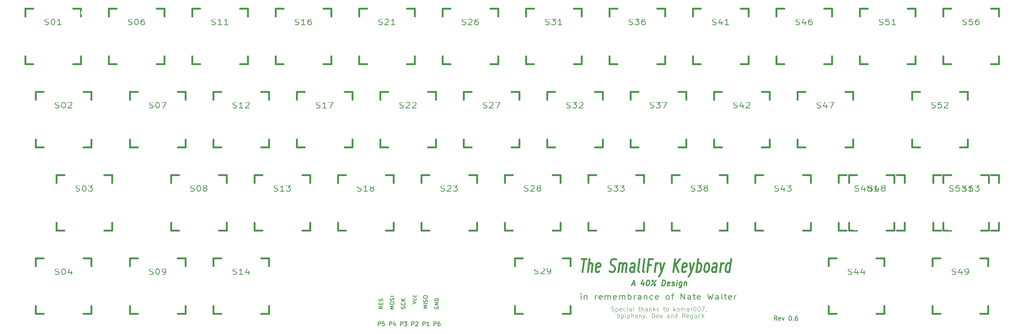
<source format=gto>
G04 (created by PCBNEW (2013-02-13 BZR 3947)-testing) date 10/16/2013 3:34:34 PM*
%MOIN*%
G04 Gerber Fmt 3.4, Leading zero omitted, Abs format*
%FSLAX34Y34*%
G01*
G70*
G90*
G04 APERTURE LIST*
%ADD10C,0*%
%ADD11C,0.00787402*%
%ADD12C,0.00393701*%
%ADD13C,0.00984252*%
%ADD14C,0.0177165*%
%ADD15C,0.015*%
%ADD16C,0.00590551*%
%ADD17C,0.008*%
%ADD18C,0.0434331*%
%ADD19C,0.0788661*%
%ADD20C,0.0709921*%
%ADD21C,0.098*%
%ADD22C,0.165*%
%ADD23C,0.075*%
%ADD24O,0.083X0.093*%
%ADD25R,0.083X0.093*%
%ADD26C,0.128*%
%ADD27O,0.068X0.05*%
%ADD28O,0.401701X0.20485*%
%ADD29C,0.106425*%
%ADD30C,0.283591*%
%ADD31C,0.0473701*%
G04 APERTURE END LIST*
G54D10*
G54D11*
X68660Y-29218D02*
X68529Y-29030D01*
X68435Y-29218D02*
X68435Y-28824D01*
X68585Y-28824D01*
X68623Y-28843D01*
X68642Y-28862D01*
X68660Y-28899D01*
X68660Y-28955D01*
X68642Y-28993D01*
X68623Y-29012D01*
X68585Y-29030D01*
X68435Y-29030D01*
X68979Y-29199D02*
X68942Y-29218D01*
X68867Y-29218D01*
X68829Y-29199D01*
X68810Y-29162D01*
X68810Y-29012D01*
X68829Y-28974D01*
X68867Y-28955D01*
X68942Y-28955D01*
X68979Y-28974D01*
X68998Y-29012D01*
X68998Y-29049D01*
X68810Y-29087D01*
X69129Y-28955D02*
X69223Y-29218D01*
X69317Y-28955D01*
X69841Y-28824D02*
X69879Y-28824D01*
X69916Y-28843D01*
X69935Y-28862D01*
X69954Y-28899D01*
X69973Y-28974D01*
X69973Y-29068D01*
X69954Y-29143D01*
X69935Y-29180D01*
X69916Y-29199D01*
X69879Y-29218D01*
X69841Y-29218D01*
X69804Y-29199D01*
X69785Y-29180D01*
X69766Y-29143D01*
X69748Y-29068D01*
X69748Y-28974D01*
X69766Y-28899D01*
X69785Y-28862D01*
X69804Y-28843D01*
X69841Y-28824D01*
X70141Y-29180D02*
X70160Y-29199D01*
X70141Y-29218D01*
X70123Y-29199D01*
X70141Y-29180D01*
X70141Y-29218D01*
X70498Y-28824D02*
X70423Y-28824D01*
X70385Y-28843D01*
X70366Y-28862D01*
X70329Y-28918D01*
X70310Y-28993D01*
X70310Y-29143D01*
X70329Y-29180D01*
X70348Y-29199D01*
X70385Y-29218D01*
X70460Y-29218D01*
X70498Y-29199D01*
X70516Y-29180D01*
X70535Y-29143D01*
X70535Y-29049D01*
X70516Y-29012D01*
X70498Y-28993D01*
X70460Y-28974D01*
X70385Y-28974D01*
X70348Y-28993D01*
X70329Y-29012D01*
X70310Y-29049D01*
G54D12*
X53786Y-28362D02*
X53842Y-28381D01*
X53936Y-28381D01*
X53973Y-28362D01*
X53992Y-28343D01*
X54011Y-28306D01*
X54011Y-28268D01*
X53992Y-28231D01*
X53973Y-28212D01*
X53936Y-28193D01*
X53861Y-28175D01*
X53823Y-28156D01*
X53805Y-28137D01*
X53786Y-28100D01*
X53786Y-28062D01*
X53805Y-28025D01*
X53823Y-28006D01*
X53861Y-27987D01*
X53955Y-27987D01*
X54011Y-28006D01*
X54180Y-28118D02*
X54180Y-28512D01*
X54180Y-28137D02*
X54217Y-28118D01*
X54292Y-28118D01*
X54329Y-28137D01*
X54348Y-28156D01*
X54367Y-28193D01*
X54367Y-28306D01*
X54348Y-28343D01*
X54329Y-28362D01*
X54292Y-28381D01*
X54217Y-28381D01*
X54180Y-28362D01*
X54686Y-28362D02*
X54648Y-28381D01*
X54573Y-28381D01*
X54536Y-28362D01*
X54517Y-28325D01*
X54517Y-28175D01*
X54536Y-28137D01*
X54573Y-28118D01*
X54648Y-28118D01*
X54686Y-28137D01*
X54704Y-28175D01*
X54704Y-28212D01*
X54517Y-28250D01*
X55042Y-28362D02*
X55004Y-28381D01*
X54929Y-28381D01*
X54892Y-28362D01*
X54873Y-28343D01*
X54854Y-28306D01*
X54854Y-28193D01*
X54873Y-28156D01*
X54892Y-28137D01*
X54929Y-28118D01*
X55004Y-28118D01*
X55042Y-28137D01*
X55211Y-28381D02*
X55211Y-28118D01*
X55211Y-27987D02*
X55192Y-28006D01*
X55211Y-28025D01*
X55229Y-28006D01*
X55211Y-27987D01*
X55211Y-28025D01*
X55567Y-28381D02*
X55567Y-28175D01*
X55548Y-28137D01*
X55511Y-28118D01*
X55436Y-28118D01*
X55398Y-28137D01*
X55567Y-28362D02*
X55529Y-28381D01*
X55436Y-28381D01*
X55398Y-28362D01*
X55379Y-28325D01*
X55379Y-28287D01*
X55398Y-28250D01*
X55436Y-28231D01*
X55529Y-28231D01*
X55567Y-28212D01*
X55811Y-28381D02*
X55773Y-28362D01*
X55754Y-28325D01*
X55754Y-27987D01*
X56204Y-28118D02*
X56354Y-28118D01*
X56260Y-27987D02*
X56260Y-28325D01*
X56279Y-28362D01*
X56317Y-28381D01*
X56354Y-28381D01*
X56485Y-28381D02*
X56485Y-27987D01*
X56654Y-28381D02*
X56654Y-28175D01*
X56635Y-28137D01*
X56598Y-28118D01*
X56542Y-28118D01*
X56504Y-28137D01*
X56485Y-28156D01*
X57010Y-28381D02*
X57010Y-28175D01*
X56992Y-28137D01*
X56954Y-28118D01*
X56879Y-28118D01*
X56842Y-28137D01*
X57010Y-28362D02*
X56973Y-28381D01*
X56879Y-28381D01*
X56842Y-28362D01*
X56823Y-28325D01*
X56823Y-28287D01*
X56842Y-28250D01*
X56879Y-28231D01*
X56973Y-28231D01*
X57010Y-28212D01*
X57198Y-28118D02*
X57198Y-28381D01*
X57198Y-28156D02*
X57217Y-28137D01*
X57254Y-28118D01*
X57310Y-28118D01*
X57348Y-28137D01*
X57367Y-28175D01*
X57367Y-28381D01*
X57554Y-28381D02*
X57554Y-27987D01*
X57592Y-28231D02*
X57704Y-28381D01*
X57704Y-28118D02*
X57554Y-28268D01*
X57854Y-28362D02*
X57892Y-28381D01*
X57967Y-28381D01*
X58004Y-28362D01*
X58023Y-28325D01*
X58023Y-28306D01*
X58004Y-28268D01*
X57967Y-28250D01*
X57910Y-28250D01*
X57873Y-28231D01*
X57854Y-28193D01*
X57854Y-28175D01*
X57873Y-28137D01*
X57910Y-28118D01*
X57967Y-28118D01*
X58004Y-28137D01*
X58435Y-28118D02*
X58585Y-28118D01*
X58491Y-27987D02*
X58491Y-28325D01*
X58510Y-28362D01*
X58548Y-28381D01*
X58585Y-28381D01*
X58773Y-28381D02*
X58735Y-28362D01*
X58716Y-28343D01*
X58698Y-28306D01*
X58698Y-28193D01*
X58716Y-28156D01*
X58735Y-28137D01*
X58773Y-28118D01*
X58829Y-28118D01*
X58866Y-28137D01*
X58885Y-28156D01*
X58904Y-28193D01*
X58904Y-28306D01*
X58885Y-28343D01*
X58866Y-28362D01*
X58829Y-28381D01*
X58773Y-28381D01*
X59373Y-28381D02*
X59373Y-27987D01*
X59410Y-28231D02*
X59523Y-28381D01*
X59523Y-28118D02*
X59373Y-28268D01*
X59748Y-28381D02*
X59710Y-28362D01*
X59691Y-28343D01*
X59673Y-28306D01*
X59673Y-28193D01*
X59691Y-28156D01*
X59710Y-28137D01*
X59748Y-28118D01*
X59804Y-28118D01*
X59841Y-28137D01*
X59860Y-28156D01*
X59879Y-28193D01*
X59879Y-28306D01*
X59860Y-28343D01*
X59841Y-28362D01*
X59804Y-28381D01*
X59748Y-28381D01*
X60048Y-28381D02*
X60048Y-28118D01*
X60048Y-28156D02*
X60066Y-28137D01*
X60104Y-28118D01*
X60160Y-28118D01*
X60198Y-28137D01*
X60216Y-28175D01*
X60216Y-28381D01*
X60216Y-28175D02*
X60235Y-28137D01*
X60272Y-28118D01*
X60329Y-28118D01*
X60366Y-28137D01*
X60385Y-28175D01*
X60385Y-28381D01*
X60741Y-28381D02*
X60741Y-28175D01*
X60722Y-28137D01*
X60685Y-28118D01*
X60610Y-28118D01*
X60572Y-28137D01*
X60741Y-28362D02*
X60704Y-28381D01*
X60610Y-28381D01*
X60572Y-28362D01*
X60554Y-28325D01*
X60554Y-28287D01*
X60572Y-28250D01*
X60610Y-28231D01*
X60704Y-28231D01*
X60741Y-28212D01*
X60929Y-28381D02*
X60929Y-28118D01*
X60929Y-28193D02*
X60947Y-28156D01*
X60966Y-28137D01*
X61004Y-28118D01*
X61041Y-28118D01*
X61247Y-27987D02*
X61285Y-27987D01*
X61322Y-28006D01*
X61341Y-28025D01*
X61360Y-28062D01*
X61379Y-28137D01*
X61379Y-28231D01*
X61360Y-28306D01*
X61341Y-28343D01*
X61322Y-28362D01*
X61285Y-28381D01*
X61247Y-28381D01*
X61210Y-28362D01*
X61191Y-28343D01*
X61172Y-28306D01*
X61154Y-28231D01*
X61154Y-28137D01*
X61172Y-28062D01*
X61191Y-28025D01*
X61210Y-28006D01*
X61247Y-27987D01*
X61622Y-27987D02*
X61660Y-27987D01*
X61697Y-28006D01*
X61716Y-28025D01*
X61735Y-28062D01*
X61754Y-28137D01*
X61754Y-28231D01*
X61735Y-28306D01*
X61716Y-28343D01*
X61697Y-28362D01*
X61660Y-28381D01*
X61622Y-28381D01*
X61585Y-28362D01*
X61566Y-28343D01*
X61547Y-28306D01*
X61529Y-28231D01*
X61529Y-28137D01*
X61547Y-28062D01*
X61566Y-28025D01*
X61585Y-28006D01*
X61622Y-27987D01*
X61885Y-27987D02*
X62147Y-27987D01*
X61979Y-28381D01*
X62316Y-28362D02*
X62316Y-28381D01*
X62297Y-28418D01*
X62278Y-28437D01*
X54320Y-28971D02*
X54320Y-28578D01*
X54320Y-28728D02*
X54358Y-28709D01*
X54433Y-28709D01*
X54470Y-28728D01*
X54489Y-28746D01*
X54508Y-28784D01*
X54508Y-28896D01*
X54489Y-28934D01*
X54470Y-28953D01*
X54433Y-28971D01*
X54358Y-28971D01*
X54320Y-28953D01*
X54676Y-28709D02*
X54676Y-29103D01*
X54676Y-28728D02*
X54714Y-28709D01*
X54789Y-28709D01*
X54826Y-28728D01*
X54845Y-28746D01*
X54864Y-28784D01*
X54864Y-28896D01*
X54845Y-28934D01*
X54826Y-28953D01*
X54789Y-28971D01*
X54714Y-28971D01*
X54676Y-28953D01*
X55033Y-28971D02*
X55033Y-28709D01*
X55033Y-28578D02*
X55014Y-28597D01*
X55033Y-28615D01*
X55051Y-28597D01*
X55033Y-28578D01*
X55033Y-28615D01*
X55220Y-28709D02*
X55220Y-29103D01*
X55220Y-28728D02*
X55257Y-28709D01*
X55332Y-28709D01*
X55370Y-28728D01*
X55389Y-28746D01*
X55407Y-28784D01*
X55407Y-28896D01*
X55389Y-28934D01*
X55370Y-28953D01*
X55332Y-28971D01*
X55257Y-28971D01*
X55220Y-28953D01*
X55576Y-28971D02*
X55576Y-28578D01*
X55745Y-28971D02*
X55745Y-28765D01*
X55726Y-28728D01*
X55689Y-28709D01*
X55632Y-28709D01*
X55595Y-28728D01*
X55576Y-28746D01*
X56101Y-28971D02*
X56101Y-28765D01*
X56082Y-28728D01*
X56045Y-28709D01*
X55970Y-28709D01*
X55932Y-28728D01*
X56101Y-28953D02*
X56064Y-28971D01*
X55970Y-28971D01*
X55932Y-28953D01*
X55914Y-28915D01*
X55914Y-28878D01*
X55932Y-28840D01*
X55970Y-28821D01*
X56064Y-28821D01*
X56101Y-28803D01*
X56289Y-28709D02*
X56289Y-28971D01*
X56289Y-28746D02*
X56307Y-28728D01*
X56345Y-28709D01*
X56401Y-28709D01*
X56439Y-28728D01*
X56457Y-28765D01*
X56457Y-28971D01*
X56607Y-28709D02*
X56701Y-28971D01*
X56795Y-28709D02*
X56701Y-28971D01*
X56664Y-29065D01*
X56645Y-29084D01*
X56607Y-29103D01*
X56964Y-28953D02*
X56964Y-28971D01*
X56945Y-29009D01*
X56926Y-29028D01*
X57432Y-28971D02*
X57432Y-28578D01*
X57526Y-28578D01*
X57582Y-28597D01*
X57620Y-28634D01*
X57638Y-28671D01*
X57657Y-28746D01*
X57657Y-28803D01*
X57638Y-28878D01*
X57620Y-28915D01*
X57582Y-28953D01*
X57526Y-28971D01*
X57432Y-28971D01*
X57882Y-28971D02*
X57845Y-28953D01*
X57826Y-28934D01*
X57807Y-28896D01*
X57807Y-28784D01*
X57826Y-28746D01*
X57845Y-28728D01*
X57882Y-28709D01*
X57938Y-28709D01*
X57976Y-28728D01*
X57995Y-28746D01*
X58013Y-28784D01*
X58013Y-28896D01*
X57995Y-28934D01*
X57976Y-28953D01*
X57938Y-28971D01*
X57882Y-28971D01*
X58145Y-28971D02*
X58351Y-28709D01*
X58145Y-28709D02*
X58351Y-28971D01*
X58970Y-28971D02*
X58970Y-28765D01*
X58951Y-28728D01*
X58913Y-28709D01*
X58838Y-28709D01*
X58801Y-28728D01*
X58970Y-28953D02*
X58932Y-28971D01*
X58838Y-28971D01*
X58801Y-28953D01*
X58782Y-28915D01*
X58782Y-28878D01*
X58801Y-28840D01*
X58838Y-28821D01*
X58932Y-28821D01*
X58970Y-28803D01*
X59157Y-28709D02*
X59157Y-28971D01*
X59157Y-28746D02*
X59176Y-28728D01*
X59213Y-28709D01*
X59269Y-28709D01*
X59307Y-28728D01*
X59326Y-28765D01*
X59326Y-28971D01*
X59682Y-28971D02*
X59682Y-28578D01*
X59682Y-28953D02*
X59644Y-28971D01*
X59569Y-28971D01*
X59532Y-28953D01*
X59513Y-28934D01*
X59494Y-28896D01*
X59494Y-28784D01*
X59513Y-28746D01*
X59532Y-28728D01*
X59569Y-28709D01*
X59644Y-28709D01*
X59682Y-28728D01*
X60394Y-28971D02*
X60263Y-28784D01*
X60169Y-28971D02*
X60169Y-28578D01*
X60319Y-28578D01*
X60357Y-28597D01*
X60376Y-28615D01*
X60394Y-28653D01*
X60394Y-28709D01*
X60376Y-28746D01*
X60357Y-28765D01*
X60319Y-28784D01*
X60169Y-28784D01*
X60713Y-28953D02*
X60676Y-28971D01*
X60601Y-28971D01*
X60563Y-28953D01*
X60544Y-28915D01*
X60544Y-28765D01*
X60563Y-28728D01*
X60601Y-28709D01*
X60676Y-28709D01*
X60713Y-28728D01*
X60732Y-28765D01*
X60732Y-28803D01*
X60544Y-28840D01*
X61069Y-28709D02*
X61069Y-29028D01*
X61051Y-29065D01*
X61032Y-29084D01*
X60994Y-29103D01*
X60938Y-29103D01*
X60901Y-29084D01*
X61069Y-28953D02*
X61032Y-28971D01*
X60957Y-28971D01*
X60919Y-28953D01*
X60901Y-28934D01*
X60882Y-28896D01*
X60882Y-28784D01*
X60901Y-28746D01*
X60919Y-28728D01*
X60957Y-28709D01*
X61032Y-28709D01*
X61069Y-28728D01*
X61425Y-28971D02*
X61425Y-28765D01*
X61407Y-28728D01*
X61369Y-28709D01*
X61294Y-28709D01*
X61257Y-28728D01*
X61425Y-28953D02*
X61388Y-28971D01*
X61294Y-28971D01*
X61257Y-28953D01*
X61238Y-28915D01*
X61238Y-28878D01*
X61257Y-28840D01*
X61294Y-28821D01*
X61388Y-28821D01*
X61425Y-28803D01*
X61782Y-28953D02*
X61744Y-28971D01*
X61669Y-28971D01*
X61632Y-28953D01*
X61613Y-28934D01*
X61594Y-28896D01*
X61594Y-28784D01*
X61613Y-28746D01*
X61632Y-28728D01*
X61669Y-28709D01*
X61744Y-28709D01*
X61782Y-28728D01*
X61950Y-28971D02*
X61950Y-28578D01*
X61988Y-28821D02*
X62100Y-28971D01*
X62100Y-28709D02*
X61950Y-28859D01*
G54D11*
X51069Y-27321D02*
X51069Y-26993D01*
X51069Y-26829D02*
X51041Y-26852D01*
X51069Y-26875D01*
X51097Y-26852D01*
X51069Y-26829D01*
X51069Y-26875D01*
X51350Y-26993D02*
X51350Y-27321D01*
X51350Y-27040D02*
X51378Y-27016D01*
X51435Y-26993D01*
X51519Y-26993D01*
X51575Y-27016D01*
X51603Y-27063D01*
X51603Y-27321D01*
X52334Y-27321D02*
X52334Y-26993D01*
X52334Y-27086D02*
X52363Y-27040D01*
X52391Y-27016D01*
X52447Y-26993D01*
X52503Y-26993D01*
X52925Y-27297D02*
X52869Y-27321D01*
X52756Y-27321D01*
X52700Y-27297D01*
X52672Y-27250D01*
X52672Y-27063D01*
X52700Y-27016D01*
X52756Y-26993D01*
X52869Y-26993D01*
X52925Y-27016D01*
X52953Y-27063D01*
X52953Y-27110D01*
X52672Y-27157D01*
X53206Y-27321D02*
X53206Y-26993D01*
X53206Y-27040D02*
X53234Y-27016D01*
X53291Y-26993D01*
X53375Y-26993D01*
X53431Y-27016D01*
X53459Y-27063D01*
X53459Y-27321D01*
X53459Y-27063D02*
X53487Y-27016D01*
X53544Y-26993D01*
X53628Y-26993D01*
X53684Y-27016D01*
X53712Y-27063D01*
X53712Y-27321D01*
X54219Y-27297D02*
X54162Y-27321D01*
X54050Y-27321D01*
X53994Y-27297D01*
X53965Y-27250D01*
X53965Y-27063D01*
X53994Y-27016D01*
X54050Y-26993D01*
X54162Y-26993D01*
X54219Y-27016D01*
X54247Y-27063D01*
X54247Y-27110D01*
X53965Y-27157D01*
X54500Y-27321D02*
X54500Y-26993D01*
X54500Y-27040D02*
X54528Y-27016D01*
X54584Y-26993D01*
X54668Y-26993D01*
X54725Y-27016D01*
X54753Y-27063D01*
X54753Y-27321D01*
X54753Y-27063D02*
X54781Y-27016D01*
X54837Y-26993D01*
X54922Y-26993D01*
X54978Y-27016D01*
X55006Y-27063D01*
X55006Y-27321D01*
X55287Y-27321D02*
X55287Y-26829D01*
X55287Y-27016D02*
X55343Y-26993D01*
X55456Y-26993D01*
X55512Y-27016D01*
X55540Y-27040D01*
X55568Y-27086D01*
X55568Y-27227D01*
X55540Y-27274D01*
X55512Y-27297D01*
X55456Y-27321D01*
X55343Y-27321D01*
X55287Y-27297D01*
X55821Y-27321D02*
X55821Y-26993D01*
X55821Y-27086D02*
X55850Y-27040D01*
X55878Y-27016D01*
X55934Y-26993D01*
X55990Y-26993D01*
X56440Y-27321D02*
X56440Y-27063D01*
X56412Y-27016D01*
X56356Y-26993D01*
X56243Y-26993D01*
X56187Y-27016D01*
X56440Y-27297D02*
X56384Y-27321D01*
X56243Y-27321D01*
X56187Y-27297D01*
X56159Y-27250D01*
X56159Y-27204D01*
X56187Y-27157D01*
X56243Y-27133D01*
X56384Y-27133D01*
X56440Y-27110D01*
X56721Y-26993D02*
X56721Y-27321D01*
X56721Y-27040D02*
X56749Y-27016D01*
X56806Y-26993D01*
X56890Y-26993D01*
X56946Y-27016D01*
X56974Y-27063D01*
X56974Y-27321D01*
X57509Y-27297D02*
X57453Y-27321D01*
X57340Y-27321D01*
X57284Y-27297D01*
X57256Y-27274D01*
X57228Y-27227D01*
X57228Y-27086D01*
X57256Y-27040D01*
X57284Y-27016D01*
X57340Y-26993D01*
X57453Y-26993D01*
X57509Y-27016D01*
X57987Y-27297D02*
X57931Y-27321D01*
X57818Y-27321D01*
X57762Y-27297D01*
X57734Y-27250D01*
X57734Y-27063D01*
X57762Y-27016D01*
X57818Y-26993D01*
X57931Y-26993D01*
X57987Y-27016D01*
X58015Y-27063D01*
X58015Y-27110D01*
X57734Y-27157D01*
X58802Y-27321D02*
X58746Y-27297D01*
X58718Y-27274D01*
X58690Y-27227D01*
X58690Y-27086D01*
X58718Y-27040D01*
X58746Y-27016D01*
X58802Y-26993D01*
X58887Y-26993D01*
X58943Y-27016D01*
X58971Y-27040D01*
X58999Y-27086D01*
X58999Y-27227D01*
X58971Y-27274D01*
X58943Y-27297D01*
X58887Y-27321D01*
X58802Y-27321D01*
X59168Y-26993D02*
X59393Y-26993D01*
X59252Y-27321D02*
X59252Y-26899D01*
X59280Y-26852D01*
X59337Y-26829D01*
X59393Y-26829D01*
X60040Y-27321D02*
X60040Y-26829D01*
X60377Y-27321D01*
X60377Y-26829D01*
X60911Y-27321D02*
X60911Y-27063D01*
X60883Y-27016D01*
X60827Y-26993D01*
X60715Y-26993D01*
X60658Y-27016D01*
X60911Y-27297D02*
X60855Y-27321D01*
X60715Y-27321D01*
X60658Y-27297D01*
X60630Y-27250D01*
X60630Y-27204D01*
X60658Y-27157D01*
X60715Y-27133D01*
X60855Y-27133D01*
X60911Y-27110D01*
X61108Y-26993D02*
X61333Y-26993D01*
X61193Y-26829D02*
X61193Y-27250D01*
X61221Y-27297D01*
X61277Y-27321D01*
X61333Y-27321D01*
X61755Y-27297D02*
X61699Y-27321D01*
X61586Y-27321D01*
X61530Y-27297D01*
X61502Y-27250D01*
X61502Y-27063D01*
X61530Y-27016D01*
X61586Y-26993D01*
X61699Y-26993D01*
X61755Y-27016D01*
X61783Y-27063D01*
X61783Y-27110D01*
X61502Y-27157D01*
X62430Y-26829D02*
X62571Y-27321D01*
X62683Y-26969D01*
X62796Y-27321D01*
X62936Y-26829D01*
X63414Y-27321D02*
X63414Y-27063D01*
X63386Y-27016D01*
X63330Y-26993D01*
X63217Y-26993D01*
X63161Y-27016D01*
X63414Y-27297D02*
X63358Y-27321D01*
X63217Y-27321D01*
X63161Y-27297D01*
X63133Y-27250D01*
X63133Y-27204D01*
X63161Y-27157D01*
X63217Y-27133D01*
X63358Y-27133D01*
X63414Y-27110D01*
X63780Y-27321D02*
X63724Y-27297D01*
X63695Y-27250D01*
X63695Y-26829D01*
X63920Y-26993D02*
X64145Y-26993D01*
X64005Y-26829D02*
X64005Y-27250D01*
X64033Y-27297D01*
X64089Y-27321D01*
X64145Y-27321D01*
X64567Y-27297D02*
X64511Y-27321D01*
X64399Y-27321D01*
X64342Y-27297D01*
X64314Y-27250D01*
X64314Y-27063D01*
X64342Y-27016D01*
X64399Y-26993D01*
X64511Y-26993D01*
X64567Y-27016D01*
X64595Y-27063D01*
X64595Y-27110D01*
X64314Y-27157D01*
X64848Y-27321D02*
X64848Y-26993D01*
X64848Y-27086D02*
X64877Y-27040D01*
X64905Y-27016D01*
X64961Y-26993D01*
X65017Y-26993D01*
G54D13*
X55633Y-25930D02*
X55867Y-25930D01*
X55568Y-26071D02*
X55794Y-25579D01*
X55897Y-26071D01*
X56687Y-25743D02*
X56646Y-26071D01*
X56594Y-25555D02*
X56433Y-25907D01*
X56737Y-25907D01*
X57060Y-25579D02*
X57106Y-25579D01*
X57150Y-25602D01*
X57171Y-25625D01*
X57188Y-25672D01*
X57200Y-25766D01*
X57185Y-25883D01*
X57150Y-25977D01*
X57121Y-26024D01*
X57095Y-26047D01*
X57045Y-26071D01*
X56998Y-26071D01*
X56954Y-26047D01*
X56934Y-26024D01*
X56916Y-25977D01*
X56904Y-25883D01*
X56919Y-25766D01*
X56954Y-25672D01*
X56983Y-25625D01*
X57010Y-25602D01*
X57060Y-25579D01*
X57350Y-26071D02*
X57786Y-25579D01*
X57481Y-25579D02*
X57525Y-25602D01*
X57543Y-25649D01*
X57514Y-25696D01*
X57464Y-25719D01*
X57420Y-25696D01*
X57402Y-25649D01*
X57432Y-25602D01*
X57481Y-25579D01*
X57704Y-26047D02*
X57733Y-26000D01*
X57716Y-25954D01*
X57672Y-25930D01*
X57622Y-25954D01*
X57593Y-26000D01*
X57610Y-26047D01*
X57654Y-26071D01*
X57704Y-26047D01*
X58310Y-26071D02*
X58372Y-25579D01*
X58489Y-25579D01*
X58556Y-25602D01*
X58597Y-25649D01*
X58615Y-25696D01*
X58627Y-25790D01*
X58618Y-25860D01*
X58583Y-25954D01*
X58553Y-26000D01*
X58501Y-26047D01*
X58427Y-26071D01*
X58310Y-26071D01*
X58993Y-26047D02*
X58943Y-26071D01*
X58849Y-26071D01*
X58805Y-26047D01*
X58788Y-26000D01*
X58811Y-25813D01*
X58841Y-25766D01*
X58890Y-25743D01*
X58984Y-25743D01*
X59028Y-25766D01*
X59046Y-25813D01*
X59040Y-25860D01*
X58800Y-25907D01*
X59204Y-26047D02*
X59248Y-26071D01*
X59341Y-26071D01*
X59391Y-26047D01*
X59421Y-26000D01*
X59423Y-25977D01*
X59406Y-25930D01*
X59362Y-25907D01*
X59292Y-25907D01*
X59248Y-25883D01*
X59230Y-25836D01*
X59233Y-25813D01*
X59262Y-25766D01*
X59312Y-25743D01*
X59382Y-25743D01*
X59426Y-25766D01*
X59623Y-26071D02*
X59664Y-25743D01*
X59684Y-25579D02*
X59658Y-25602D01*
X59678Y-25625D01*
X59705Y-25602D01*
X59684Y-25579D01*
X59678Y-25625D01*
X60109Y-25743D02*
X60059Y-26141D01*
X60030Y-26188D01*
X60003Y-26211D01*
X59954Y-26235D01*
X59883Y-26235D01*
X59839Y-26211D01*
X60071Y-26047D02*
X60021Y-26071D01*
X59927Y-26071D01*
X59883Y-26047D01*
X59863Y-26024D01*
X59845Y-25977D01*
X59863Y-25836D01*
X59892Y-25790D01*
X59919Y-25766D01*
X59968Y-25743D01*
X60062Y-25743D01*
X60106Y-25766D01*
X60343Y-25743D02*
X60302Y-26071D01*
X60337Y-25790D02*
X60364Y-25766D01*
X60414Y-25743D01*
X60484Y-25743D01*
X60528Y-25766D01*
X60545Y-25813D01*
X60513Y-26071D01*
G54D14*
X51095Y-23669D02*
X51545Y-23669D01*
X51173Y-24850D02*
X51320Y-23669D01*
X51660Y-24850D02*
X51808Y-23669D01*
X51998Y-24850D02*
X52075Y-24231D01*
X52052Y-24118D01*
X51984Y-24062D01*
X51871Y-24062D01*
X51789Y-24118D01*
X51745Y-24175D01*
X52680Y-24793D02*
X52598Y-24850D01*
X52448Y-24850D01*
X52380Y-24793D01*
X52356Y-24681D01*
X52412Y-24231D01*
X52464Y-24118D01*
X52546Y-24062D01*
X52696Y-24062D01*
X52764Y-24118D01*
X52787Y-24231D01*
X52773Y-24343D01*
X52384Y-24456D01*
X53617Y-24793D02*
X53722Y-24850D01*
X53910Y-24850D01*
X53992Y-24793D01*
X54036Y-24737D01*
X54088Y-24625D01*
X54102Y-24512D01*
X54079Y-24400D01*
X54048Y-24343D01*
X53980Y-24287D01*
X53837Y-24231D01*
X53769Y-24175D01*
X53739Y-24118D01*
X53715Y-24006D01*
X53730Y-23893D01*
X53781Y-23781D01*
X53826Y-23725D01*
X53908Y-23669D01*
X54095Y-23669D01*
X54201Y-23725D01*
X54397Y-24850D02*
X54496Y-24062D01*
X54482Y-24175D02*
X54526Y-24118D01*
X54608Y-24062D01*
X54721Y-24062D01*
X54789Y-24118D01*
X54812Y-24231D01*
X54735Y-24850D01*
X54812Y-24231D02*
X54864Y-24118D01*
X54946Y-24062D01*
X55058Y-24062D01*
X55126Y-24118D01*
X55150Y-24231D01*
X55072Y-24850D01*
X55785Y-24850D02*
X55862Y-24231D01*
X55839Y-24118D01*
X55771Y-24062D01*
X55621Y-24062D01*
X55539Y-24118D01*
X55792Y-24793D02*
X55710Y-24850D01*
X55522Y-24850D01*
X55454Y-24793D01*
X55431Y-24681D01*
X55445Y-24568D01*
X55496Y-24456D01*
X55578Y-24400D01*
X55766Y-24400D01*
X55848Y-24343D01*
X56272Y-24850D02*
X56204Y-24793D01*
X56181Y-24681D01*
X56307Y-23669D01*
X56685Y-24850D02*
X56617Y-24793D01*
X56593Y-24681D01*
X56720Y-23669D01*
X57324Y-24231D02*
X57062Y-24231D01*
X56985Y-24850D02*
X57132Y-23669D01*
X57507Y-23669D01*
X57659Y-24850D02*
X57758Y-24062D01*
X57730Y-24287D02*
X57781Y-24175D01*
X57826Y-24118D01*
X57908Y-24062D01*
X57983Y-24062D01*
X58170Y-24062D02*
X58259Y-24850D01*
X58545Y-24062D02*
X58259Y-24850D01*
X58149Y-25131D01*
X58105Y-25187D01*
X58023Y-25243D01*
X59347Y-24850D02*
X59494Y-23669D01*
X59797Y-24850D02*
X59544Y-24175D01*
X59944Y-23669D02*
X59410Y-24343D01*
X60441Y-24793D02*
X60359Y-24850D01*
X60209Y-24850D01*
X60141Y-24793D01*
X60118Y-24681D01*
X60174Y-24231D01*
X60226Y-24118D01*
X60308Y-24062D01*
X60458Y-24062D01*
X60526Y-24118D01*
X60549Y-24231D01*
X60535Y-24343D01*
X60146Y-24456D01*
X60833Y-24062D02*
X60922Y-24850D01*
X61207Y-24062D02*
X60922Y-24850D01*
X60811Y-25131D01*
X60767Y-25187D01*
X60685Y-25243D01*
X61409Y-24850D02*
X61557Y-23669D01*
X61500Y-24118D02*
X61582Y-24062D01*
X61732Y-24062D01*
X61800Y-24118D01*
X61831Y-24175D01*
X61854Y-24287D01*
X61812Y-24625D01*
X61761Y-24737D01*
X61716Y-24793D01*
X61634Y-24850D01*
X61484Y-24850D01*
X61416Y-24793D01*
X62234Y-24850D02*
X62166Y-24793D01*
X62135Y-24737D01*
X62112Y-24625D01*
X62154Y-24287D01*
X62206Y-24175D01*
X62250Y-24118D01*
X62332Y-24062D01*
X62445Y-24062D01*
X62513Y-24118D01*
X62543Y-24175D01*
X62567Y-24287D01*
X62525Y-24625D01*
X62473Y-24737D01*
X62428Y-24793D01*
X62346Y-24850D01*
X62234Y-24850D01*
X63171Y-24850D02*
X63249Y-24231D01*
X63225Y-24118D01*
X63157Y-24062D01*
X63007Y-24062D01*
X62925Y-24118D01*
X63178Y-24793D02*
X63096Y-24850D01*
X62909Y-24850D01*
X62841Y-24793D01*
X62817Y-24681D01*
X62831Y-24568D01*
X62883Y-24456D01*
X62965Y-24400D01*
X63153Y-24400D01*
X63235Y-24343D01*
X63546Y-24850D02*
X63645Y-24062D01*
X63617Y-24287D02*
X63668Y-24175D01*
X63713Y-24118D01*
X63795Y-24062D01*
X63870Y-24062D01*
X64371Y-24850D02*
X64519Y-23669D01*
X64378Y-24793D02*
X64296Y-24850D01*
X64146Y-24850D01*
X64078Y-24793D01*
X64048Y-24737D01*
X64024Y-24625D01*
X64066Y-24287D01*
X64118Y-24175D01*
X64163Y-24118D01*
X64245Y-24062D01*
X64395Y-24062D01*
X64463Y-24118D01*
G54D15*
X7051Y-28622D02*
X6351Y-28622D01*
X2751Y-28622D02*
X2051Y-28622D01*
X2051Y-28622D02*
X2051Y-27922D01*
X2051Y-24322D02*
X2051Y-23622D01*
X2051Y-23622D02*
X2751Y-23622D01*
X6351Y-23622D02*
X7051Y-23622D01*
X7051Y-23622D02*
X7051Y-24322D01*
X7051Y-27922D02*
X7051Y-28622D01*
X7051Y-13622D02*
X6351Y-13622D01*
X2751Y-13622D02*
X2051Y-13622D01*
X2051Y-13622D02*
X2051Y-12922D01*
X2051Y-9322D02*
X2051Y-8622D01*
X2051Y-8622D02*
X2751Y-8622D01*
X6351Y-8622D02*
X7051Y-8622D01*
X7051Y-8622D02*
X7051Y-9322D01*
X7051Y-12922D02*
X7051Y-13622D01*
X8901Y-21122D02*
X8201Y-21122D01*
X4601Y-21122D02*
X3901Y-21122D01*
X3901Y-21122D02*
X3901Y-20422D01*
X3901Y-16822D02*
X3901Y-16122D01*
X3901Y-16122D02*
X4601Y-16122D01*
X8201Y-16122D02*
X8901Y-16122D01*
X8901Y-16122D02*
X8901Y-16822D01*
X8901Y-20422D02*
X8901Y-21122D01*
X88601Y-21122D02*
X87901Y-21122D01*
X84301Y-21122D02*
X83601Y-21122D01*
X83601Y-21122D02*
X83601Y-20422D01*
X83601Y-16822D02*
X83601Y-16122D01*
X83601Y-16122D02*
X84301Y-16122D01*
X87901Y-16122D02*
X88601Y-16122D01*
X88601Y-16122D02*
X88601Y-16822D01*
X88601Y-20422D02*
X88601Y-21122D01*
X53001Y-13622D02*
X52301Y-13622D01*
X48701Y-13622D02*
X48001Y-13622D01*
X48001Y-13622D02*
X48001Y-12922D01*
X48001Y-9322D02*
X48001Y-8622D01*
X48001Y-8622D02*
X48701Y-8622D01*
X52301Y-8622D02*
X53001Y-8622D01*
X53001Y-8622D02*
X53001Y-9322D01*
X53001Y-12922D02*
X53001Y-13622D01*
X73601Y-6122D02*
X72901Y-6122D01*
X69301Y-6122D02*
X68601Y-6122D01*
X68601Y-6122D02*
X68601Y-5422D01*
X68601Y-1822D02*
X68601Y-1122D01*
X68601Y-1122D02*
X69301Y-1122D01*
X72901Y-1122D02*
X73601Y-1122D01*
X73601Y-1122D02*
X73601Y-1822D01*
X73601Y-5422D02*
X73601Y-6122D01*
X36101Y-6122D02*
X35401Y-6122D01*
X31801Y-6122D02*
X31101Y-6122D01*
X31101Y-6122D02*
X31101Y-5422D01*
X31101Y-1822D02*
X31101Y-1122D01*
X31101Y-1122D02*
X31801Y-1122D01*
X35401Y-1122D02*
X36101Y-1122D01*
X36101Y-1122D02*
X36101Y-1822D01*
X36101Y-5422D02*
X36101Y-6122D01*
X87651Y-28622D02*
X86951Y-28622D01*
X83351Y-28622D02*
X82651Y-28622D01*
X82651Y-28622D02*
X82651Y-27922D01*
X82651Y-24322D02*
X82651Y-23622D01*
X82651Y-23622D02*
X83351Y-23622D01*
X86951Y-23622D02*
X87651Y-23622D01*
X87651Y-23622D02*
X87651Y-24322D01*
X87651Y-27922D02*
X87651Y-28622D01*
X78301Y-28622D02*
X77601Y-28622D01*
X74001Y-28622D02*
X73301Y-28622D01*
X73301Y-28622D02*
X73301Y-27922D01*
X73301Y-24322D02*
X73301Y-23622D01*
X73301Y-23622D02*
X74001Y-23622D01*
X77601Y-23622D02*
X78301Y-23622D01*
X78301Y-23622D02*
X78301Y-24322D01*
X78301Y-27922D02*
X78301Y-28622D01*
X23001Y-28622D02*
X22301Y-28622D01*
X18701Y-28622D02*
X18001Y-28622D01*
X18001Y-28622D02*
X18001Y-27922D01*
X18001Y-24322D02*
X18001Y-23622D01*
X18001Y-23622D02*
X18701Y-23622D01*
X22301Y-23622D02*
X23001Y-23622D01*
X23001Y-23622D02*
X23001Y-24322D01*
X23001Y-27922D02*
X23001Y-28622D01*
X15501Y-28622D02*
X14801Y-28622D01*
X11201Y-28622D02*
X10501Y-28622D01*
X10501Y-28622D02*
X10501Y-27922D01*
X10501Y-24322D02*
X10501Y-23622D01*
X10501Y-23622D02*
X11201Y-23622D01*
X14801Y-23622D02*
X15501Y-23622D01*
X15501Y-23622D02*
X15501Y-24322D01*
X15501Y-27922D02*
X15501Y-28622D01*
X80151Y-21122D02*
X79451Y-21122D01*
X75851Y-21122D02*
X75151Y-21122D01*
X75151Y-21122D02*
X75151Y-20422D01*
X75151Y-16822D02*
X75151Y-16122D01*
X75151Y-16122D02*
X75851Y-16122D01*
X79451Y-16122D02*
X80151Y-16122D01*
X80151Y-16122D02*
X80151Y-16822D01*
X80151Y-20422D02*
X80151Y-21122D01*
X71701Y-21122D02*
X71001Y-21122D01*
X67401Y-21122D02*
X66701Y-21122D01*
X66701Y-21122D02*
X66701Y-20422D01*
X66701Y-16822D02*
X66701Y-16122D01*
X66701Y-16122D02*
X67401Y-16122D01*
X71001Y-16122D02*
X71701Y-16122D01*
X71701Y-16122D02*
X71701Y-16822D01*
X71701Y-20422D02*
X71701Y-21122D01*
X30501Y-13622D02*
X29801Y-13622D01*
X26201Y-13622D02*
X25501Y-13622D01*
X25501Y-13622D02*
X25501Y-12922D01*
X25501Y-9322D02*
X25501Y-8622D01*
X25501Y-8622D02*
X26201Y-8622D01*
X29801Y-8622D02*
X30501Y-8622D01*
X30501Y-8622D02*
X30501Y-9322D01*
X30501Y-12922D02*
X30501Y-13622D01*
X23001Y-13622D02*
X22301Y-13622D01*
X18701Y-13622D02*
X18001Y-13622D01*
X18001Y-13622D02*
X18001Y-12922D01*
X18001Y-9322D02*
X18001Y-8622D01*
X18001Y-8622D02*
X18701Y-8622D01*
X22301Y-8622D02*
X23001Y-8622D01*
X23001Y-8622D02*
X23001Y-9322D01*
X23001Y-12922D02*
X23001Y-13622D01*
X15501Y-13622D02*
X14801Y-13622D01*
X11201Y-13622D02*
X10501Y-13622D01*
X10501Y-13622D02*
X10501Y-12922D01*
X10501Y-9322D02*
X10501Y-8622D01*
X10501Y-8622D02*
X11201Y-8622D01*
X14801Y-8622D02*
X15501Y-8622D01*
X15501Y-8622D02*
X15501Y-9322D01*
X15501Y-12922D02*
X15501Y-13622D01*
X88601Y-6122D02*
X87901Y-6122D01*
X84301Y-6122D02*
X83601Y-6122D01*
X83601Y-6122D02*
X83601Y-5422D01*
X83601Y-1822D02*
X83601Y-1122D01*
X83601Y-1122D02*
X84301Y-1122D01*
X87901Y-1122D02*
X88601Y-1122D01*
X88601Y-1122D02*
X88601Y-1822D01*
X88601Y-5422D02*
X88601Y-6122D01*
X66101Y-6122D02*
X65401Y-6122D01*
X61801Y-6122D02*
X61101Y-6122D01*
X61101Y-6122D02*
X61101Y-5422D01*
X61101Y-1822D02*
X61101Y-1122D01*
X61101Y-1122D02*
X61801Y-1122D01*
X65401Y-1122D02*
X66101Y-1122D01*
X66101Y-1122D02*
X66101Y-1822D01*
X66101Y-5422D02*
X66101Y-6122D01*
X58601Y-6122D02*
X57901Y-6122D01*
X54301Y-6122D02*
X53601Y-6122D01*
X53601Y-6122D02*
X53601Y-5422D01*
X53601Y-1822D02*
X53601Y-1122D01*
X53601Y-1122D02*
X54301Y-1122D01*
X57901Y-1122D02*
X58601Y-1122D01*
X58601Y-1122D02*
X58601Y-1822D01*
X58601Y-5422D02*
X58601Y-6122D01*
X51101Y-6122D02*
X50401Y-6122D01*
X46801Y-6122D02*
X46101Y-6122D01*
X46101Y-6122D02*
X46101Y-5422D01*
X46101Y-1822D02*
X46101Y-1122D01*
X46101Y-1122D02*
X46801Y-1122D01*
X50401Y-1122D02*
X51101Y-1122D01*
X51101Y-1122D02*
X51101Y-1822D01*
X51101Y-5422D02*
X51101Y-6122D01*
X43601Y-6122D02*
X42901Y-6122D01*
X39301Y-6122D02*
X38601Y-6122D01*
X38601Y-6122D02*
X38601Y-5422D01*
X38601Y-1822D02*
X38601Y-1122D01*
X38601Y-1122D02*
X39301Y-1122D01*
X42901Y-1122D02*
X43601Y-1122D01*
X43601Y-1122D02*
X43601Y-1822D01*
X43601Y-5422D02*
X43601Y-6122D01*
X28601Y-6122D02*
X27901Y-6122D01*
X24301Y-6122D02*
X23601Y-6122D01*
X23601Y-6122D02*
X23601Y-5422D01*
X23601Y-1822D02*
X23601Y-1122D01*
X23601Y-1122D02*
X24301Y-1122D01*
X27901Y-1122D02*
X28601Y-1122D01*
X28601Y-1122D02*
X28601Y-1822D01*
X28601Y-5422D02*
X28601Y-6122D01*
X21101Y-6122D02*
X20401Y-6122D01*
X16801Y-6122D02*
X16101Y-6122D01*
X16101Y-6122D02*
X16101Y-5422D01*
X16101Y-1822D02*
X16101Y-1122D01*
X16101Y-1122D02*
X16801Y-1122D01*
X20401Y-1122D02*
X21101Y-1122D01*
X21101Y-1122D02*
X21101Y-1822D01*
X21101Y-5422D02*
X21101Y-6122D01*
X13601Y-6122D02*
X12901Y-6122D01*
X9301Y-6122D02*
X8601Y-6122D01*
X8601Y-6122D02*
X8601Y-5422D01*
X8601Y-1822D02*
X8601Y-1122D01*
X8601Y-1122D02*
X9301Y-1122D01*
X12901Y-1122D02*
X13601Y-1122D01*
X13601Y-1122D02*
X13601Y-1822D01*
X13601Y-5422D02*
X13601Y-6122D01*
X64201Y-21122D02*
X63501Y-21122D01*
X59901Y-21122D02*
X59201Y-21122D01*
X59201Y-21122D02*
X59201Y-20422D01*
X59201Y-16822D02*
X59201Y-16122D01*
X59201Y-16122D02*
X59901Y-16122D01*
X63501Y-16122D02*
X64201Y-16122D01*
X64201Y-16122D02*
X64201Y-16822D01*
X64201Y-20422D02*
X64201Y-21122D01*
X56701Y-21122D02*
X56001Y-21122D01*
X52401Y-21122D02*
X51701Y-21122D01*
X51701Y-21122D02*
X51701Y-20422D01*
X51701Y-16822D02*
X51701Y-16122D01*
X51701Y-16122D02*
X52401Y-16122D01*
X56001Y-16122D02*
X56701Y-16122D01*
X56701Y-16122D02*
X56701Y-16822D01*
X56701Y-20422D02*
X56701Y-21122D01*
X49201Y-21122D02*
X48501Y-21122D01*
X44901Y-21122D02*
X44201Y-21122D01*
X44201Y-21122D02*
X44201Y-20422D01*
X44201Y-16822D02*
X44201Y-16122D01*
X44201Y-16122D02*
X44901Y-16122D01*
X48501Y-16122D02*
X49201Y-16122D01*
X49201Y-16122D02*
X49201Y-16822D01*
X49201Y-20422D02*
X49201Y-21122D01*
X41701Y-21122D02*
X41001Y-21122D01*
X37401Y-21122D02*
X36701Y-21122D01*
X36701Y-21122D02*
X36701Y-20422D01*
X36701Y-16822D02*
X36701Y-16122D01*
X36701Y-16122D02*
X37401Y-16122D01*
X41001Y-16122D02*
X41701Y-16122D01*
X41701Y-16122D02*
X41701Y-16822D01*
X41701Y-20422D02*
X41701Y-21122D01*
X34201Y-21122D02*
X33501Y-21122D01*
X29901Y-21122D02*
X29201Y-21122D01*
X29201Y-21122D02*
X29201Y-20422D01*
X29201Y-16822D02*
X29201Y-16122D01*
X29201Y-16122D02*
X29901Y-16122D01*
X33501Y-16122D02*
X34201Y-16122D01*
X34201Y-16122D02*
X34201Y-16822D01*
X34201Y-20422D02*
X34201Y-21122D01*
X26701Y-21122D02*
X26001Y-21122D01*
X22401Y-21122D02*
X21701Y-21122D01*
X21701Y-21122D02*
X21701Y-20422D01*
X21701Y-16822D02*
X21701Y-16122D01*
X21701Y-16122D02*
X22401Y-16122D01*
X26001Y-16122D02*
X26701Y-16122D01*
X26701Y-16122D02*
X26701Y-16822D01*
X26701Y-20422D02*
X26701Y-21122D01*
X19201Y-21122D02*
X18501Y-21122D01*
X14901Y-21122D02*
X14201Y-21122D01*
X14201Y-21122D02*
X14201Y-20422D01*
X14201Y-16822D02*
X14201Y-16122D01*
X14201Y-16122D02*
X14901Y-16122D01*
X18501Y-16122D02*
X19201Y-16122D01*
X19201Y-16122D02*
X19201Y-16822D01*
X19201Y-20422D02*
X19201Y-21122D01*
X85801Y-13622D02*
X85101Y-13622D01*
X81501Y-13622D02*
X80801Y-13622D01*
X80801Y-13622D02*
X80801Y-12922D01*
X80801Y-9322D02*
X80801Y-8622D01*
X80801Y-8622D02*
X81501Y-8622D01*
X85101Y-8622D02*
X85801Y-8622D01*
X85801Y-8622D02*
X85801Y-9322D01*
X85801Y-12922D02*
X85801Y-13622D01*
X75501Y-13622D02*
X74801Y-13622D01*
X71201Y-13622D02*
X70501Y-13622D01*
X70501Y-13622D02*
X70501Y-12922D01*
X70501Y-9322D02*
X70501Y-8622D01*
X70501Y-8622D02*
X71201Y-8622D01*
X74801Y-8622D02*
X75501Y-8622D01*
X75501Y-8622D02*
X75501Y-9322D01*
X75501Y-12922D02*
X75501Y-13622D01*
X68001Y-13622D02*
X67301Y-13622D01*
X63701Y-13622D02*
X63001Y-13622D01*
X63001Y-13622D02*
X63001Y-12922D01*
X63001Y-9322D02*
X63001Y-8622D01*
X63001Y-8622D02*
X63701Y-8622D01*
X67301Y-8622D02*
X68001Y-8622D01*
X68001Y-8622D02*
X68001Y-9322D01*
X68001Y-12922D02*
X68001Y-13622D01*
X60501Y-13622D02*
X59801Y-13622D01*
X56201Y-13622D02*
X55501Y-13622D01*
X55501Y-13622D02*
X55501Y-12922D01*
X55501Y-9322D02*
X55501Y-8622D01*
X55501Y-8622D02*
X56201Y-8622D01*
X59801Y-8622D02*
X60501Y-8622D01*
X60501Y-8622D02*
X60501Y-9322D01*
X60501Y-12922D02*
X60501Y-13622D01*
X45501Y-13622D02*
X44801Y-13622D01*
X41201Y-13622D02*
X40501Y-13622D01*
X40501Y-13622D02*
X40501Y-12922D01*
X40501Y-9322D02*
X40501Y-8622D01*
X40501Y-8622D02*
X41201Y-8622D01*
X44801Y-8622D02*
X45501Y-8622D01*
X45501Y-8622D02*
X45501Y-9322D01*
X45501Y-12922D02*
X45501Y-13622D01*
X38001Y-13622D02*
X37301Y-13622D01*
X33701Y-13622D02*
X33001Y-13622D01*
X33001Y-13622D02*
X33001Y-12922D01*
X33001Y-9322D02*
X33001Y-8622D01*
X33001Y-8622D02*
X33701Y-8622D01*
X37301Y-8622D02*
X38001Y-8622D01*
X38001Y-8622D02*
X38001Y-9322D01*
X38001Y-12922D02*
X38001Y-13622D01*
X81101Y-6122D02*
X80401Y-6122D01*
X76801Y-6122D02*
X76101Y-6122D01*
X76101Y-6122D02*
X76101Y-5422D01*
X76101Y-1822D02*
X76101Y-1122D01*
X76101Y-1122D02*
X76801Y-1122D01*
X80401Y-1122D02*
X81101Y-1122D01*
X81101Y-1122D02*
X81101Y-1822D01*
X81101Y-5422D02*
X81101Y-6122D01*
X6101Y-6122D02*
X5401Y-6122D01*
X1801Y-6122D02*
X1101Y-6122D01*
X1101Y-6122D02*
X1101Y-5422D01*
X1101Y-1822D02*
X1101Y-1122D01*
X1101Y-1122D02*
X1801Y-1122D01*
X5401Y-1122D02*
X6101Y-1122D01*
X6101Y-1122D02*
X6101Y-1822D01*
X6101Y-5422D02*
X6101Y-6122D01*
X50101Y-28622D02*
X49401Y-28622D01*
X45801Y-28622D02*
X45101Y-28622D01*
X45101Y-28622D02*
X45101Y-27922D01*
X45101Y-24322D02*
X45101Y-23622D01*
X45101Y-23622D02*
X45801Y-23622D01*
X49401Y-23622D02*
X50101Y-23622D01*
X50101Y-23622D02*
X50101Y-24322D01*
X50101Y-27922D02*
X50101Y-28622D01*
X87701Y-21122D02*
X87001Y-21122D01*
X83401Y-21122D02*
X82701Y-21122D01*
X82701Y-21122D02*
X82701Y-20422D01*
X82701Y-16822D02*
X82701Y-16122D01*
X82701Y-16122D02*
X83401Y-16122D01*
X87001Y-16122D02*
X87701Y-16122D01*
X87701Y-16122D02*
X87701Y-16822D01*
X87701Y-20422D02*
X87701Y-21122D01*
X79201Y-21122D02*
X78501Y-21122D01*
X74901Y-21122D02*
X74201Y-21122D01*
X74201Y-21122D02*
X74201Y-20422D01*
X74201Y-16822D02*
X74201Y-16122D01*
X74201Y-16122D02*
X74901Y-16122D01*
X78501Y-16122D02*
X79201Y-16122D01*
X79201Y-16122D02*
X79201Y-16822D01*
X79201Y-20422D02*
X79201Y-21122D01*
G54D16*
X36849Y-29702D02*
X36849Y-29348D01*
X36984Y-29348D01*
X37018Y-29365D01*
X37035Y-29381D01*
X37052Y-29415D01*
X37052Y-29466D01*
X37035Y-29500D01*
X37018Y-29516D01*
X36984Y-29533D01*
X36849Y-29533D01*
X37389Y-29702D02*
X37187Y-29702D01*
X37288Y-29702D02*
X37288Y-29348D01*
X37254Y-29398D01*
X37221Y-29432D01*
X37187Y-29449D01*
X37244Y-28128D02*
X36890Y-28128D01*
X37143Y-28010D01*
X36890Y-27892D01*
X37244Y-27892D01*
X37244Y-27723D02*
X36890Y-27723D01*
X37227Y-27572D02*
X37244Y-27521D01*
X37244Y-27437D01*
X37227Y-27403D01*
X37211Y-27386D01*
X37177Y-27369D01*
X37143Y-27369D01*
X37109Y-27386D01*
X37092Y-27403D01*
X37076Y-27437D01*
X37059Y-27504D01*
X37042Y-27538D01*
X37025Y-27555D01*
X36991Y-27572D01*
X36957Y-27572D01*
X36924Y-27555D01*
X36907Y-27538D01*
X36890Y-27504D01*
X36890Y-27420D01*
X36907Y-27369D01*
X36890Y-27150D02*
X36890Y-27082D01*
X36907Y-27048D01*
X36941Y-27015D01*
X37008Y-26998D01*
X37126Y-26998D01*
X37194Y-27015D01*
X37227Y-27048D01*
X37244Y-27082D01*
X37244Y-27150D01*
X37227Y-27183D01*
X37194Y-27217D01*
X37126Y-27234D01*
X37008Y-27234D01*
X36941Y-27217D01*
X36907Y-27183D01*
X36890Y-27150D01*
X34849Y-29702D02*
X34849Y-29348D01*
X34984Y-29348D01*
X35018Y-29365D01*
X35035Y-29381D01*
X35052Y-29415D01*
X35052Y-29466D01*
X35035Y-29500D01*
X35018Y-29516D01*
X34984Y-29533D01*
X34849Y-29533D01*
X35170Y-29348D02*
X35389Y-29348D01*
X35271Y-29483D01*
X35322Y-29483D01*
X35356Y-29500D01*
X35372Y-29516D01*
X35389Y-29550D01*
X35389Y-29634D01*
X35372Y-29668D01*
X35356Y-29685D01*
X35322Y-29702D01*
X35221Y-29702D01*
X35187Y-29685D01*
X35170Y-29668D01*
X35227Y-28177D02*
X35244Y-28127D01*
X35244Y-28042D01*
X35227Y-28008D01*
X35211Y-27992D01*
X35177Y-27975D01*
X35143Y-27975D01*
X35109Y-27992D01*
X35092Y-28008D01*
X35076Y-28042D01*
X35059Y-28110D01*
X35042Y-28143D01*
X35025Y-28160D01*
X34991Y-28177D01*
X34957Y-28177D01*
X34924Y-28160D01*
X34907Y-28143D01*
X34890Y-28110D01*
X34890Y-28025D01*
X34907Y-27975D01*
X35211Y-27620D02*
X35227Y-27637D01*
X35244Y-27688D01*
X35244Y-27722D01*
X35227Y-27772D01*
X35194Y-27806D01*
X35160Y-27823D01*
X35092Y-27840D01*
X35042Y-27840D01*
X34974Y-27823D01*
X34941Y-27806D01*
X34907Y-27772D01*
X34890Y-27722D01*
X34890Y-27688D01*
X34907Y-27637D01*
X34924Y-27620D01*
X35244Y-27468D02*
X34890Y-27468D01*
X35244Y-27266D02*
X35042Y-27418D01*
X34890Y-27266D02*
X35092Y-27468D01*
X32849Y-29702D02*
X32849Y-29348D01*
X32984Y-29348D01*
X33018Y-29365D01*
X33035Y-29381D01*
X33052Y-29415D01*
X33052Y-29466D01*
X33035Y-29500D01*
X33018Y-29516D01*
X32984Y-29533D01*
X32849Y-29533D01*
X33372Y-29348D02*
X33204Y-29348D01*
X33187Y-29516D01*
X33204Y-29500D01*
X33237Y-29483D01*
X33322Y-29483D01*
X33356Y-29500D01*
X33372Y-29516D01*
X33389Y-29550D01*
X33389Y-29634D01*
X33372Y-29668D01*
X33356Y-29685D01*
X33322Y-29702D01*
X33237Y-29702D01*
X33204Y-29685D01*
X33187Y-29668D01*
X33244Y-27941D02*
X33076Y-28059D01*
X33244Y-28143D02*
X32890Y-28143D01*
X32890Y-28008D01*
X32907Y-27975D01*
X32924Y-27958D01*
X32957Y-27941D01*
X33008Y-27941D01*
X33042Y-27958D01*
X33059Y-27975D01*
X33076Y-28008D01*
X33076Y-28143D01*
X33059Y-27789D02*
X33059Y-27671D01*
X33244Y-27620D02*
X33244Y-27789D01*
X32890Y-27789D01*
X32890Y-27620D01*
X33227Y-27485D02*
X33244Y-27435D01*
X33244Y-27350D01*
X33227Y-27317D01*
X33211Y-27300D01*
X33177Y-27283D01*
X33143Y-27283D01*
X33109Y-27300D01*
X33092Y-27317D01*
X33076Y-27350D01*
X33059Y-27418D01*
X33042Y-27452D01*
X33025Y-27468D01*
X32991Y-27485D01*
X32957Y-27485D01*
X32924Y-27468D01*
X32907Y-27452D01*
X32890Y-27418D01*
X32890Y-27333D01*
X32907Y-27283D01*
X35849Y-29702D02*
X35849Y-29348D01*
X35984Y-29348D01*
X36018Y-29365D01*
X36035Y-29381D01*
X36052Y-29415D01*
X36052Y-29466D01*
X36035Y-29500D01*
X36018Y-29516D01*
X35984Y-29533D01*
X35849Y-29533D01*
X36187Y-29381D02*
X36204Y-29365D01*
X36237Y-29348D01*
X36322Y-29348D01*
X36356Y-29365D01*
X36372Y-29381D01*
X36389Y-29415D01*
X36389Y-29449D01*
X36372Y-29500D01*
X36170Y-29702D01*
X36389Y-29702D01*
X35890Y-27743D02*
X36244Y-27625D01*
X35890Y-27507D01*
X36227Y-27237D02*
X36244Y-27271D01*
X36244Y-27338D01*
X36227Y-27372D01*
X36211Y-27389D01*
X36177Y-27406D01*
X36076Y-27406D01*
X36042Y-27389D01*
X36025Y-27372D01*
X36008Y-27338D01*
X36008Y-27271D01*
X36025Y-27237D01*
X36227Y-26933D02*
X36244Y-26967D01*
X36244Y-27035D01*
X36227Y-27068D01*
X36211Y-27085D01*
X36177Y-27102D01*
X36076Y-27102D01*
X36042Y-27085D01*
X36025Y-27068D01*
X36008Y-27035D01*
X36008Y-26967D01*
X36025Y-26933D01*
X33849Y-29702D02*
X33849Y-29348D01*
X33984Y-29348D01*
X34018Y-29365D01*
X34035Y-29381D01*
X34052Y-29415D01*
X34052Y-29466D01*
X34035Y-29500D01*
X34018Y-29516D01*
X33984Y-29533D01*
X33849Y-29533D01*
X34356Y-29466D02*
X34356Y-29702D01*
X34271Y-29331D02*
X34187Y-29584D01*
X34406Y-29584D01*
X34244Y-28178D02*
X33890Y-28178D01*
X34143Y-28060D01*
X33890Y-27942D01*
X34244Y-27942D01*
X33890Y-27706D02*
X33890Y-27638D01*
X33907Y-27605D01*
X33941Y-27571D01*
X34008Y-27554D01*
X34126Y-27554D01*
X34194Y-27571D01*
X34227Y-27605D01*
X34244Y-27638D01*
X34244Y-27706D01*
X34227Y-27740D01*
X34194Y-27773D01*
X34126Y-27790D01*
X34008Y-27790D01*
X33941Y-27773D01*
X33907Y-27740D01*
X33890Y-27706D01*
X34227Y-27419D02*
X34244Y-27368D01*
X34244Y-27284D01*
X34227Y-27250D01*
X34211Y-27233D01*
X34177Y-27217D01*
X34143Y-27217D01*
X34109Y-27233D01*
X34092Y-27250D01*
X34076Y-27284D01*
X34059Y-27352D01*
X34042Y-27385D01*
X34025Y-27402D01*
X33991Y-27419D01*
X33957Y-27419D01*
X33924Y-27402D01*
X33907Y-27385D01*
X33890Y-27352D01*
X33890Y-27267D01*
X33907Y-27217D01*
X34244Y-27065D02*
X33890Y-27065D01*
X37849Y-29702D02*
X37849Y-29348D01*
X37984Y-29348D01*
X38018Y-29365D01*
X38035Y-29381D01*
X38052Y-29415D01*
X38052Y-29466D01*
X38035Y-29500D01*
X38018Y-29516D01*
X37984Y-29533D01*
X37849Y-29533D01*
X38356Y-29348D02*
X38288Y-29348D01*
X38254Y-29365D01*
X38237Y-29381D01*
X38204Y-29432D01*
X38187Y-29500D01*
X38187Y-29634D01*
X38204Y-29668D01*
X38221Y-29685D01*
X38254Y-29702D01*
X38322Y-29702D01*
X38356Y-29685D01*
X38372Y-29668D01*
X38389Y-29634D01*
X38389Y-29550D01*
X38372Y-29516D01*
X38356Y-29500D01*
X38322Y-29483D01*
X38254Y-29483D01*
X38221Y-29500D01*
X38204Y-29516D01*
X38187Y-29550D01*
X37907Y-27992D02*
X37890Y-28025D01*
X37890Y-28076D01*
X37907Y-28127D01*
X37941Y-28160D01*
X37974Y-28177D01*
X38042Y-28194D01*
X38092Y-28194D01*
X38160Y-28177D01*
X38194Y-28160D01*
X38227Y-28127D01*
X38244Y-28076D01*
X38244Y-28042D01*
X38227Y-27992D01*
X38211Y-27975D01*
X38092Y-27975D01*
X38092Y-28042D01*
X38244Y-27823D02*
X37890Y-27823D01*
X38244Y-27620D01*
X37890Y-27620D01*
X38244Y-27452D02*
X37890Y-27452D01*
X37890Y-27367D01*
X37907Y-27317D01*
X37941Y-27283D01*
X37974Y-27266D01*
X38042Y-27249D01*
X38092Y-27249D01*
X38160Y-27266D01*
X38194Y-27283D01*
X38227Y-27317D01*
X38244Y-27367D01*
X38244Y-27452D01*
G54D17*
X3808Y-25050D02*
X3894Y-25074D01*
X4037Y-25074D01*
X4094Y-25050D01*
X4122Y-25026D01*
X4151Y-24979D01*
X4151Y-24931D01*
X4122Y-24883D01*
X4094Y-24860D01*
X4037Y-24836D01*
X3922Y-24812D01*
X3865Y-24788D01*
X3837Y-24764D01*
X3808Y-24717D01*
X3808Y-24669D01*
X3837Y-24622D01*
X3865Y-24598D01*
X3922Y-24574D01*
X4065Y-24574D01*
X4151Y-24598D01*
X4522Y-24574D02*
X4579Y-24574D01*
X4637Y-24598D01*
X4665Y-24622D01*
X4694Y-24669D01*
X4722Y-24764D01*
X4722Y-24883D01*
X4694Y-24979D01*
X4665Y-25026D01*
X4637Y-25050D01*
X4579Y-25074D01*
X4522Y-25074D01*
X4465Y-25050D01*
X4437Y-25026D01*
X4408Y-24979D01*
X4379Y-24883D01*
X4379Y-24764D01*
X4408Y-24669D01*
X4437Y-24622D01*
X4465Y-24598D01*
X4522Y-24574D01*
X5237Y-24741D02*
X5237Y-25074D01*
X5094Y-24550D02*
X4951Y-24907D01*
X5322Y-24907D01*
X3808Y-10050D02*
X3894Y-10074D01*
X4037Y-10074D01*
X4094Y-10050D01*
X4122Y-10026D01*
X4151Y-9979D01*
X4151Y-9931D01*
X4122Y-9883D01*
X4094Y-9860D01*
X4037Y-9836D01*
X3922Y-9812D01*
X3865Y-9788D01*
X3837Y-9764D01*
X3808Y-9717D01*
X3808Y-9669D01*
X3837Y-9622D01*
X3865Y-9598D01*
X3922Y-9574D01*
X4065Y-9574D01*
X4151Y-9598D01*
X4522Y-9574D02*
X4579Y-9574D01*
X4637Y-9598D01*
X4665Y-9622D01*
X4694Y-9669D01*
X4722Y-9764D01*
X4722Y-9883D01*
X4694Y-9979D01*
X4665Y-10026D01*
X4637Y-10050D01*
X4579Y-10074D01*
X4522Y-10074D01*
X4465Y-10050D01*
X4437Y-10026D01*
X4408Y-9979D01*
X4379Y-9883D01*
X4379Y-9764D01*
X4408Y-9669D01*
X4437Y-9622D01*
X4465Y-9598D01*
X4522Y-9574D01*
X4951Y-9622D02*
X4979Y-9598D01*
X5037Y-9574D01*
X5179Y-9574D01*
X5237Y-9598D01*
X5265Y-9622D01*
X5294Y-9669D01*
X5294Y-9717D01*
X5265Y-9788D01*
X4922Y-10074D01*
X5294Y-10074D01*
X5658Y-17550D02*
X5744Y-17574D01*
X5887Y-17574D01*
X5944Y-17550D01*
X5972Y-17526D01*
X6001Y-17479D01*
X6001Y-17431D01*
X5972Y-17383D01*
X5944Y-17360D01*
X5887Y-17336D01*
X5772Y-17312D01*
X5715Y-17288D01*
X5687Y-17264D01*
X5658Y-17217D01*
X5658Y-17169D01*
X5687Y-17122D01*
X5715Y-17098D01*
X5772Y-17074D01*
X5915Y-17074D01*
X6001Y-17098D01*
X6372Y-17074D02*
X6429Y-17074D01*
X6487Y-17098D01*
X6515Y-17122D01*
X6544Y-17169D01*
X6572Y-17264D01*
X6572Y-17383D01*
X6544Y-17479D01*
X6515Y-17526D01*
X6487Y-17550D01*
X6429Y-17574D01*
X6372Y-17574D01*
X6315Y-17550D01*
X6287Y-17526D01*
X6258Y-17479D01*
X6229Y-17383D01*
X6229Y-17264D01*
X6258Y-17169D01*
X6287Y-17122D01*
X6315Y-17098D01*
X6372Y-17074D01*
X6772Y-17074D02*
X7144Y-17074D01*
X6944Y-17264D01*
X7029Y-17264D01*
X7087Y-17288D01*
X7115Y-17312D01*
X7144Y-17360D01*
X7144Y-17479D01*
X7115Y-17526D01*
X7087Y-17550D01*
X7029Y-17574D01*
X6858Y-17574D01*
X6801Y-17550D01*
X6772Y-17526D01*
X85358Y-17550D02*
X85444Y-17574D01*
X85587Y-17574D01*
X85644Y-17550D01*
X85673Y-17526D01*
X85701Y-17479D01*
X85701Y-17431D01*
X85673Y-17383D01*
X85644Y-17360D01*
X85587Y-17336D01*
X85473Y-17312D01*
X85415Y-17288D01*
X85387Y-17264D01*
X85358Y-17217D01*
X85358Y-17169D01*
X85387Y-17122D01*
X85415Y-17098D01*
X85473Y-17074D01*
X85615Y-17074D01*
X85701Y-17098D01*
X86244Y-17074D02*
X85958Y-17074D01*
X85930Y-17312D01*
X85958Y-17288D01*
X86015Y-17264D01*
X86158Y-17264D01*
X86215Y-17288D01*
X86244Y-17312D01*
X86273Y-17360D01*
X86273Y-17479D01*
X86244Y-17526D01*
X86215Y-17550D01*
X86158Y-17574D01*
X86015Y-17574D01*
X85958Y-17550D01*
X85930Y-17526D01*
X86473Y-17074D02*
X86844Y-17074D01*
X86644Y-17264D01*
X86730Y-17264D01*
X86787Y-17288D01*
X86815Y-17312D01*
X86844Y-17360D01*
X86844Y-17479D01*
X86815Y-17526D01*
X86787Y-17550D01*
X86730Y-17574D01*
X86558Y-17574D01*
X86501Y-17550D01*
X86473Y-17526D01*
X49758Y-10050D02*
X49844Y-10074D01*
X49987Y-10074D01*
X50044Y-10050D01*
X50073Y-10026D01*
X50101Y-9979D01*
X50101Y-9931D01*
X50073Y-9883D01*
X50044Y-9860D01*
X49987Y-9836D01*
X49873Y-9812D01*
X49815Y-9788D01*
X49787Y-9764D01*
X49758Y-9717D01*
X49758Y-9669D01*
X49787Y-9622D01*
X49815Y-9598D01*
X49873Y-9574D01*
X50015Y-9574D01*
X50101Y-9598D01*
X50301Y-9574D02*
X50673Y-9574D01*
X50473Y-9764D01*
X50558Y-9764D01*
X50615Y-9788D01*
X50644Y-9812D01*
X50673Y-9860D01*
X50673Y-9979D01*
X50644Y-10026D01*
X50615Y-10050D01*
X50558Y-10074D01*
X50387Y-10074D01*
X50330Y-10050D01*
X50301Y-10026D01*
X50901Y-9622D02*
X50930Y-9598D01*
X50987Y-9574D01*
X51130Y-9574D01*
X51187Y-9598D01*
X51215Y-9622D01*
X51244Y-9669D01*
X51244Y-9717D01*
X51215Y-9788D01*
X50873Y-10074D01*
X51244Y-10074D01*
X70358Y-2550D02*
X70444Y-2574D01*
X70587Y-2574D01*
X70644Y-2550D01*
X70673Y-2526D01*
X70701Y-2479D01*
X70701Y-2431D01*
X70673Y-2383D01*
X70644Y-2360D01*
X70587Y-2336D01*
X70473Y-2312D01*
X70415Y-2288D01*
X70387Y-2264D01*
X70358Y-2217D01*
X70358Y-2169D01*
X70387Y-2122D01*
X70415Y-2098D01*
X70473Y-2074D01*
X70615Y-2074D01*
X70701Y-2098D01*
X71215Y-2241D02*
X71215Y-2574D01*
X71073Y-2050D02*
X70930Y-2407D01*
X71301Y-2407D01*
X71787Y-2074D02*
X71673Y-2074D01*
X71615Y-2098D01*
X71587Y-2122D01*
X71530Y-2193D01*
X71501Y-2288D01*
X71501Y-2479D01*
X71530Y-2526D01*
X71558Y-2550D01*
X71615Y-2574D01*
X71730Y-2574D01*
X71787Y-2550D01*
X71815Y-2526D01*
X71844Y-2479D01*
X71844Y-2360D01*
X71815Y-2312D01*
X71787Y-2288D01*
X71730Y-2264D01*
X71615Y-2264D01*
X71558Y-2288D01*
X71530Y-2312D01*
X71501Y-2360D01*
X32858Y-2550D02*
X32944Y-2574D01*
X33087Y-2574D01*
X33144Y-2550D01*
X33173Y-2526D01*
X33201Y-2479D01*
X33201Y-2431D01*
X33173Y-2383D01*
X33144Y-2360D01*
X33087Y-2336D01*
X32973Y-2312D01*
X32915Y-2288D01*
X32887Y-2264D01*
X32858Y-2217D01*
X32858Y-2169D01*
X32887Y-2122D01*
X32915Y-2098D01*
X32973Y-2074D01*
X33115Y-2074D01*
X33201Y-2098D01*
X33430Y-2122D02*
X33458Y-2098D01*
X33515Y-2074D01*
X33658Y-2074D01*
X33715Y-2098D01*
X33744Y-2122D01*
X33773Y-2169D01*
X33773Y-2217D01*
X33744Y-2288D01*
X33401Y-2574D01*
X33773Y-2574D01*
X34344Y-2574D02*
X34001Y-2574D01*
X34173Y-2574D02*
X34173Y-2074D01*
X34115Y-2145D01*
X34058Y-2193D01*
X34001Y-2217D01*
X84408Y-25050D02*
X84494Y-25074D01*
X84636Y-25074D01*
X84694Y-25050D01*
X84722Y-25026D01*
X84751Y-24979D01*
X84751Y-24931D01*
X84722Y-24883D01*
X84694Y-24860D01*
X84636Y-24836D01*
X84522Y-24812D01*
X84465Y-24788D01*
X84436Y-24764D01*
X84408Y-24717D01*
X84408Y-24669D01*
X84436Y-24622D01*
X84465Y-24598D01*
X84522Y-24574D01*
X84665Y-24574D01*
X84751Y-24598D01*
X85265Y-24741D02*
X85265Y-25074D01*
X85122Y-24550D02*
X84979Y-24907D01*
X85351Y-24907D01*
X85608Y-25074D02*
X85722Y-25074D01*
X85779Y-25050D01*
X85808Y-25026D01*
X85865Y-24955D01*
X85894Y-24860D01*
X85894Y-24669D01*
X85865Y-24622D01*
X85836Y-24598D01*
X85779Y-24574D01*
X85665Y-24574D01*
X85608Y-24598D01*
X85579Y-24622D01*
X85551Y-24669D01*
X85551Y-24788D01*
X85579Y-24836D01*
X85608Y-24860D01*
X85665Y-24883D01*
X85779Y-24883D01*
X85836Y-24860D01*
X85865Y-24836D01*
X85894Y-24788D01*
X75058Y-25050D02*
X75144Y-25074D01*
X75287Y-25074D01*
X75344Y-25050D01*
X75373Y-25026D01*
X75401Y-24979D01*
X75401Y-24931D01*
X75373Y-24883D01*
X75344Y-24860D01*
X75287Y-24836D01*
X75173Y-24812D01*
X75115Y-24788D01*
X75087Y-24764D01*
X75058Y-24717D01*
X75058Y-24669D01*
X75087Y-24622D01*
X75115Y-24598D01*
X75173Y-24574D01*
X75315Y-24574D01*
X75401Y-24598D01*
X75915Y-24741D02*
X75915Y-25074D01*
X75773Y-24550D02*
X75630Y-24907D01*
X76001Y-24907D01*
X76487Y-24741D02*
X76487Y-25074D01*
X76344Y-24550D02*
X76201Y-24907D01*
X76573Y-24907D01*
X19758Y-25050D02*
X19844Y-25074D01*
X19987Y-25074D01*
X20044Y-25050D01*
X20073Y-25026D01*
X20101Y-24979D01*
X20101Y-24931D01*
X20073Y-24883D01*
X20044Y-24860D01*
X19987Y-24836D01*
X19873Y-24812D01*
X19815Y-24788D01*
X19787Y-24764D01*
X19758Y-24717D01*
X19758Y-24669D01*
X19787Y-24622D01*
X19815Y-24598D01*
X19873Y-24574D01*
X20015Y-24574D01*
X20101Y-24598D01*
X20673Y-25074D02*
X20330Y-25074D01*
X20501Y-25074D02*
X20501Y-24574D01*
X20444Y-24645D01*
X20387Y-24693D01*
X20330Y-24717D01*
X21187Y-24741D02*
X21187Y-25074D01*
X21044Y-24550D02*
X20901Y-24907D01*
X21273Y-24907D01*
X12258Y-25050D02*
X12344Y-25074D01*
X12487Y-25074D01*
X12544Y-25050D01*
X12572Y-25026D01*
X12601Y-24979D01*
X12601Y-24931D01*
X12572Y-24883D01*
X12544Y-24860D01*
X12487Y-24836D01*
X12372Y-24812D01*
X12315Y-24788D01*
X12287Y-24764D01*
X12258Y-24717D01*
X12258Y-24669D01*
X12287Y-24622D01*
X12315Y-24598D01*
X12372Y-24574D01*
X12515Y-24574D01*
X12601Y-24598D01*
X12972Y-24574D02*
X13029Y-24574D01*
X13087Y-24598D01*
X13115Y-24622D01*
X13144Y-24669D01*
X13172Y-24764D01*
X13172Y-24883D01*
X13144Y-24979D01*
X13115Y-25026D01*
X13087Y-25050D01*
X13029Y-25074D01*
X12972Y-25074D01*
X12915Y-25050D01*
X12887Y-25026D01*
X12858Y-24979D01*
X12829Y-24883D01*
X12829Y-24764D01*
X12858Y-24669D01*
X12887Y-24622D01*
X12915Y-24598D01*
X12972Y-24574D01*
X13458Y-25074D02*
X13572Y-25074D01*
X13629Y-25050D01*
X13658Y-25026D01*
X13715Y-24955D01*
X13744Y-24860D01*
X13744Y-24669D01*
X13715Y-24622D01*
X13687Y-24598D01*
X13629Y-24574D01*
X13515Y-24574D01*
X13458Y-24598D01*
X13429Y-24622D01*
X13401Y-24669D01*
X13401Y-24788D01*
X13429Y-24836D01*
X13458Y-24860D01*
X13515Y-24883D01*
X13629Y-24883D01*
X13687Y-24860D01*
X13715Y-24836D01*
X13744Y-24788D01*
X76908Y-17550D02*
X76994Y-17574D01*
X77136Y-17574D01*
X77194Y-17550D01*
X77222Y-17526D01*
X77251Y-17479D01*
X77251Y-17431D01*
X77222Y-17383D01*
X77194Y-17360D01*
X77136Y-17336D01*
X77022Y-17312D01*
X76965Y-17288D01*
X76936Y-17264D01*
X76908Y-17217D01*
X76908Y-17169D01*
X76936Y-17122D01*
X76965Y-17098D01*
X77022Y-17074D01*
X77165Y-17074D01*
X77251Y-17098D01*
X77765Y-17241D02*
X77765Y-17574D01*
X77622Y-17050D02*
X77479Y-17407D01*
X77851Y-17407D01*
X78165Y-17288D02*
X78108Y-17264D01*
X78079Y-17241D01*
X78051Y-17193D01*
X78051Y-17169D01*
X78079Y-17122D01*
X78108Y-17098D01*
X78165Y-17074D01*
X78279Y-17074D01*
X78336Y-17098D01*
X78365Y-17122D01*
X78394Y-17169D01*
X78394Y-17193D01*
X78365Y-17241D01*
X78336Y-17264D01*
X78279Y-17288D01*
X78165Y-17288D01*
X78108Y-17312D01*
X78079Y-17336D01*
X78051Y-17383D01*
X78051Y-17479D01*
X78079Y-17526D01*
X78108Y-17550D01*
X78165Y-17574D01*
X78279Y-17574D01*
X78336Y-17550D01*
X78365Y-17526D01*
X78394Y-17479D01*
X78394Y-17383D01*
X78365Y-17336D01*
X78336Y-17312D01*
X78279Y-17288D01*
X68458Y-17550D02*
X68544Y-17574D01*
X68687Y-17574D01*
X68744Y-17550D01*
X68773Y-17526D01*
X68801Y-17479D01*
X68801Y-17431D01*
X68773Y-17383D01*
X68744Y-17360D01*
X68687Y-17336D01*
X68573Y-17312D01*
X68515Y-17288D01*
X68487Y-17264D01*
X68458Y-17217D01*
X68458Y-17169D01*
X68487Y-17122D01*
X68515Y-17098D01*
X68573Y-17074D01*
X68715Y-17074D01*
X68801Y-17098D01*
X69315Y-17241D02*
X69315Y-17574D01*
X69173Y-17050D02*
X69030Y-17407D01*
X69401Y-17407D01*
X69573Y-17074D02*
X69944Y-17074D01*
X69744Y-17264D01*
X69830Y-17264D01*
X69887Y-17288D01*
X69915Y-17312D01*
X69944Y-17360D01*
X69944Y-17479D01*
X69915Y-17526D01*
X69887Y-17550D01*
X69830Y-17574D01*
X69658Y-17574D01*
X69601Y-17550D01*
X69573Y-17526D01*
X27258Y-10050D02*
X27344Y-10074D01*
X27487Y-10074D01*
X27544Y-10050D01*
X27573Y-10026D01*
X27601Y-9979D01*
X27601Y-9931D01*
X27573Y-9883D01*
X27544Y-9860D01*
X27487Y-9836D01*
X27373Y-9812D01*
X27315Y-9788D01*
X27287Y-9764D01*
X27258Y-9717D01*
X27258Y-9669D01*
X27287Y-9622D01*
X27315Y-9598D01*
X27373Y-9574D01*
X27515Y-9574D01*
X27601Y-9598D01*
X28173Y-10074D02*
X27830Y-10074D01*
X28001Y-10074D02*
X28001Y-9574D01*
X27944Y-9645D01*
X27887Y-9693D01*
X27830Y-9717D01*
X28373Y-9574D02*
X28773Y-9574D01*
X28515Y-10074D01*
X19758Y-10050D02*
X19844Y-10074D01*
X19987Y-10074D01*
X20044Y-10050D01*
X20073Y-10026D01*
X20101Y-9979D01*
X20101Y-9931D01*
X20073Y-9883D01*
X20044Y-9860D01*
X19987Y-9836D01*
X19873Y-9812D01*
X19815Y-9788D01*
X19787Y-9764D01*
X19758Y-9717D01*
X19758Y-9669D01*
X19787Y-9622D01*
X19815Y-9598D01*
X19873Y-9574D01*
X20015Y-9574D01*
X20101Y-9598D01*
X20673Y-10074D02*
X20330Y-10074D01*
X20501Y-10074D02*
X20501Y-9574D01*
X20444Y-9645D01*
X20387Y-9693D01*
X20330Y-9717D01*
X20901Y-9622D02*
X20930Y-9598D01*
X20987Y-9574D01*
X21130Y-9574D01*
X21187Y-9598D01*
X21215Y-9622D01*
X21244Y-9669D01*
X21244Y-9717D01*
X21215Y-9788D01*
X20873Y-10074D01*
X21244Y-10074D01*
X12258Y-10050D02*
X12344Y-10074D01*
X12487Y-10074D01*
X12544Y-10050D01*
X12572Y-10026D01*
X12601Y-9979D01*
X12601Y-9931D01*
X12572Y-9883D01*
X12544Y-9860D01*
X12487Y-9836D01*
X12372Y-9812D01*
X12315Y-9788D01*
X12287Y-9764D01*
X12258Y-9717D01*
X12258Y-9669D01*
X12287Y-9622D01*
X12315Y-9598D01*
X12372Y-9574D01*
X12515Y-9574D01*
X12601Y-9598D01*
X12972Y-9574D02*
X13029Y-9574D01*
X13087Y-9598D01*
X13115Y-9622D01*
X13144Y-9669D01*
X13172Y-9764D01*
X13172Y-9883D01*
X13144Y-9979D01*
X13115Y-10026D01*
X13087Y-10050D01*
X13029Y-10074D01*
X12972Y-10074D01*
X12915Y-10050D01*
X12887Y-10026D01*
X12858Y-9979D01*
X12829Y-9883D01*
X12829Y-9764D01*
X12858Y-9669D01*
X12887Y-9622D01*
X12915Y-9598D01*
X12972Y-9574D01*
X13372Y-9574D02*
X13772Y-9574D01*
X13515Y-10074D01*
X85358Y-2550D02*
X85444Y-2574D01*
X85587Y-2574D01*
X85644Y-2550D01*
X85673Y-2526D01*
X85701Y-2479D01*
X85701Y-2431D01*
X85673Y-2383D01*
X85644Y-2360D01*
X85587Y-2336D01*
X85473Y-2312D01*
X85415Y-2288D01*
X85387Y-2264D01*
X85358Y-2217D01*
X85358Y-2169D01*
X85387Y-2122D01*
X85415Y-2098D01*
X85473Y-2074D01*
X85615Y-2074D01*
X85701Y-2098D01*
X86244Y-2074D02*
X85958Y-2074D01*
X85930Y-2312D01*
X85958Y-2288D01*
X86015Y-2264D01*
X86158Y-2264D01*
X86215Y-2288D01*
X86244Y-2312D01*
X86273Y-2360D01*
X86273Y-2479D01*
X86244Y-2526D01*
X86215Y-2550D01*
X86158Y-2574D01*
X86015Y-2574D01*
X85958Y-2550D01*
X85930Y-2526D01*
X86787Y-2074D02*
X86673Y-2074D01*
X86615Y-2098D01*
X86587Y-2122D01*
X86530Y-2193D01*
X86501Y-2288D01*
X86501Y-2479D01*
X86530Y-2526D01*
X86558Y-2550D01*
X86615Y-2574D01*
X86730Y-2574D01*
X86787Y-2550D01*
X86815Y-2526D01*
X86844Y-2479D01*
X86844Y-2360D01*
X86815Y-2312D01*
X86787Y-2288D01*
X86730Y-2264D01*
X86615Y-2264D01*
X86558Y-2288D01*
X86530Y-2312D01*
X86501Y-2360D01*
X62858Y-2550D02*
X62944Y-2574D01*
X63087Y-2574D01*
X63144Y-2550D01*
X63173Y-2526D01*
X63201Y-2479D01*
X63201Y-2431D01*
X63173Y-2383D01*
X63144Y-2360D01*
X63087Y-2336D01*
X62973Y-2312D01*
X62915Y-2288D01*
X62887Y-2264D01*
X62858Y-2217D01*
X62858Y-2169D01*
X62887Y-2122D01*
X62915Y-2098D01*
X62973Y-2074D01*
X63115Y-2074D01*
X63201Y-2098D01*
X63715Y-2241D02*
X63715Y-2574D01*
X63573Y-2050D02*
X63430Y-2407D01*
X63801Y-2407D01*
X64344Y-2574D02*
X64001Y-2574D01*
X64173Y-2574D02*
X64173Y-2074D01*
X64115Y-2145D01*
X64058Y-2193D01*
X64001Y-2217D01*
X55358Y-2550D02*
X55444Y-2574D01*
X55587Y-2574D01*
X55644Y-2550D01*
X55673Y-2526D01*
X55701Y-2479D01*
X55701Y-2431D01*
X55673Y-2383D01*
X55644Y-2360D01*
X55587Y-2336D01*
X55473Y-2312D01*
X55415Y-2288D01*
X55387Y-2264D01*
X55358Y-2217D01*
X55358Y-2169D01*
X55387Y-2122D01*
X55415Y-2098D01*
X55473Y-2074D01*
X55615Y-2074D01*
X55701Y-2098D01*
X55901Y-2074D02*
X56273Y-2074D01*
X56073Y-2264D01*
X56158Y-2264D01*
X56215Y-2288D01*
X56244Y-2312D01*
X56273Y-2360D01*
X56273Y-2479D01*
X56244Y-2526D01*
X56215Y-2550D01*
X56158Y-2574D01*
X55987Y-2574D01*
X55930Y-2550D01*
X55901Y-2526D01*
X56787Y-2074D02*
X56673Y-2074D01*
X56615Y-2098D01*
X56587Y-2122D01*
X56530Y-2193D01*
X56501Y-2288D01*
X56501Y-2479D01*
X56530Y-2526D01*
X56558Y-2550D01*
X56615Y-2574D01*
X56730Y-2574D01*
X56787Y-2550D01*
X56815Y-2526D01*
X56844Y-2479D01*
X56844Y-2360D01*
X56815Y-2312D01*
X56787Y-2288D01*
X56730Y-2264D01*
X56615Y-2264D01*
X56558Y-2288D01*
X56530Y-2312D01*
X56501Y-2360D01*
X47858Y-2550D02*
X47944Y-2574D01*
X48087Y-2574D01*
X48144Y-2550D01*
X48173Y-2526D01*
X48201Y-2479D01*
X48201Y-2431D01*
X48173Y-2383D01*
X48144Y-2360D01*
X48087Y-2336D01*
X47973Y-2312D01*
X47915Y-2288D01*
X47887Y-2264D01*
X47858Y-2217D01*
X47858Y-2169D01*
X47887Y-2122D01*
X47915Y-2098D01*
X47973Y-2074D01*
X48115Y-2074D01*
X48201Y-2098D01*
X48401Y-2074D02*
X48773Y-2074D01*
X48573Y-2264D01*
X48658Y-2264D01*
X48715Y-2288D01*
X48744Y-2312D01*
X48773Y-2360D01*
X48773Y-2479D01*
X48744Y-2526D01*
X48715Y-2550D01*
X48658Y-2574D01*
X48487Y-2574D01*
X48430Y-2550D01*
X48401Y-2526D01*
X49344Y-2574D02*
X49001Y-2574D01*
X49173Y-2574D02*
X49173Y-2074D01*
X49115Y-2145D01*
X49058Y-2193D01*
X49001Y-2217D01*
X40358Y-2550D02*
X40444Y-2574D01*
X40587Y-2574D01*
X40644Y-2550D01*
X40673Y-2526D01*
X40701Y-2479D01*
X40701Y-2431D01*
X40673Y-2383D01*
X40644Y-2360D01*
X40587Y-2336D01*
X40473Y-2312D01*
X40415Y-2288D01*
X40387Y-2264D01*
X40358Y-2217D01*
X40358Y-2169D01*
X40387Y-2122D01*
X40415Y-2098D01*
X40473Y-2074D01*
X40615Y-2074D01*
X40701Y-2098D01*
X40930Y-2122D02*
X40958Y-2098D01*
X41015Y-2074D01*
X41158Y-2074D01*
X41215Y-2098D01*
X41244Y-2122D01*
X41273Y-2169D01*
X41273Y-2217D01*
X41244Y-2288D01*
X40901Y-2574D01*
X41273Y-2574D01*
X41787Y-2074D02*
X41673Y-2074D01*
X41615Y-2098D01*
X41587Y-2122D01*
X41530Y-2193D01*
X41501Y-2288D01*
X41501Y-2479D01*
X41530Y-2526D01*
X41558Y-2550D01*
X41615Y-2574D01*
X41730Y-2574D01*
X41787Y-2550D01*
X41815Y-2526D01*
X41844Y-2479D01*
X41844Y-2360D01*
X41815Y-2312D01*
X41787Y-2288D01*
X41730Y-2264D01*
X41615Y-2264D01*
X41558Y-2288D01*
X41530Y-2312D01*
X41501Y-2360D01*
X25358Y-2550D02*
X25444Y-2574D01*
X25587Y-2574D01*
X25644Y-2550D01*
X25673Y-2526D01*
X25701Y-2479D01*
X25701Y-2431D01*
X25673Y-2383D01*
X25644Y-2360D01*
X25587Y-2336D01*
X25473Y-2312D01*
X25415Y-2288D01*
X25387Y-2264D01*
X25358Y-2217D01*
X25358Y-2169D01*
X25387Y-2122D01*
X25415Y-2098D01*
X25473Y-2074D01*
X25615Y-2074D01*
X25701Y-2098D01*
X26273Y-2574D02*
X25930Y-2574D01*
X26101Y-2574D02*
X26101Y-2074D01*
X26044Y-2145D01*
X25987Y-2193D01*
X25930Y-2217D01*
X26787Y-2074D02*
X26673Y-2074D01*
X26615Y-2098D01*
X26587Y-2122D01*
X26530Y-2193D01*
X26501Y-2288D01*
X26501Y-2479D01*
X26530Y-2526D01*
X26558Y-2550D01*
X26615Y-2574D01*
X26730Y-2574D01*
X26787Y-2550D01*
X26815Y-2526D01*
X26844Y-2479D01*
X26844Y-2360D01*
X26815Y-2312D01*
X26787Y-2288D01*
X26730Y-2264D01*
X26615Y-2264D01*
X26558Y-2288D01*
X26530Y-2312D01*
X26501Y-2360D01*
X17858Y-2550D02*
X17944Y-2574D01*
X18087Y-2574D01*
X18144Y-2550D01*
X18173Y-2526D01*
X18201Y-2479D01*
X18201Y-2431D01*
X18173Y-2383D01*
X18144Y-2360D01*
X18087Y-2336D01*
X17973Y-2312D01*
X17915Y-2288D01*
X17887Y-2264D01*
X17858Y-2217D01*
X17858Y-2169D01*
X17887Y-2122D01*
X17915Y-2098D01*
X17973Y-2074D01*
X18115Y-2074D01*
X18201Y-2098D01*
X18773Y-2574D02*
X18430Y-2574D01*
X18601Y-2574D02*
X18601Y-2074D01*
X18544Y-2145D01*
X18487Y-2193D01*
X18430Y-2217D01*
X19344Y-2574D02*
X19001Y-2574D01*
X19173Y-2574D02*
X19173Y-2074D01*
X19115Y-2145D01*
X19058Y-2193D01*
X19001Y-2217D01*
X10358Y-2550D02*
X10444Y-2574D01*
X10587Y-2574D01*
X10644Y-2550D01*
X10672Y-2526D01*
X10701Y-2479D01*
X10701Y-2431D01*
X10672Y-2383D01*
X10644Y-2360D01*
X10587Y-2336D01*
X10472Y-2312D01*
X10415Y-2288D01*
X10387Y-2264D01*
X10358Y-2217D01*
X10358Y-2169D01*
X10387Y-2122D01*
X10415Y-2098D01*
X10472Y-2074D01*
X10615Y-2074D01*
X10701Y-2098D01*
X11072Y-2074D02*
X11129Y-2074D01*
X11187Y-2098D01*
X11215Y-2122D01*
X11244Y-2169D01*
X11272Y-2264D01*
X11272Y-2383D01*
X11244Y-2479D01*
X11215Y-2526D01*
X11187Y-2550D01*
X11129Y-2574D01*
X11072Y-2574D01*
X11015Y-2550D01*
X10987Y-2526D01*
X10958Y-2479D01*
X10929Y-2383D01*
X10929Y-2264D01*
X10958Y-2169D01*
X10987Y-2122D01*
X11015Y-2098D01*
X11072Y-2074D01*
X11787Y-2074D02*
X11672Y-2074D01*
X11615Y-2098D01*
X11587Y-2122D01*
X11529Y-2193D01*
X11501Y-2288D01*
X11501Y-2479D01*
X11529Y-2526D01*
X11558Y-2550D01*
X11615Y-2574D01*
X11729Y-2574D01*
X11787Y-2550D01*
X11815Y-2526D01*
X11844Y-2479D01*
X11844Y-2360D01*
X11815Y-2312D01*
X11787Y-2288D01*
X11729Y-2264D01*
X11615Y-2264D01*
X11558Y-2288D01*
X11529Y-2312D01*
X11501Y-2360D01*
X60958Y-17550D02*
X61044Y-17574D01*
X61187Y-17574D01*
X61244Y-17550D01*
X61273Y-17526D01*
X61301Y-17479D01*
X61301Y-17431D01*
X61273Y-17383D01*
X61244Y-17360D01*
X61187Y-17336D01*
X61073Y-17312D01*
X61015Y-17288D01*
X60987Y-17264D01*
X60958Y-17217D01*
X60958Y-17169D01*
X60987Y-17122D01*
X61015Y-17098D01*
X61073Y-17074D01*
X61215Y-17074D01*
X61301Y-17098D01*
X61501Y-17074D02*
X61873Y-17074D01*
X61673Y-17264D01*
X61758Y-17264D01*
X61815Y-17288D01*
X61844Y-17312D01*
X61873Y-17360D01*
X61873Y-17479D01*
X61844Y-17526D01*
X61815Y-17550D01*
X61758Y-17574D01*
X61587Y-17574D01*
X61530Y-17550D01*
X61501Y-17526D01*
X62215Y-17288D02*
X62158Y-17264D01*
X62130Y-17241D01*
X62101Y-17193D01*
X62101Y-17169D01*
X62130Y-17122D01*
X62158Y-17098D01*
X62215Y-17074D01*
X62330Y-17074D01*
X62387Y-17098D01*
X62415Y-17122D01*
X62444Y-17169D01*
X62444Y-17193D01*
X62415Y-17241D01*
X62387Y-17264D01*
X62330Y-17288D01*
X62215Y-17288D01*
X62158Y-17312D01*
X62130Y-17336D01*
X62101Y-17383D01*
X62101Y-17479D01*
X62130Y-17526D01*
X62158Y-17550D01*
X62215Y-17574D01*
X62330Y-17574D01*
X62387Y-17550D01*
X62415Y-17526D01*
X62444Y-17479D01*
X62444Y-17383D01*
X62415Y-17336D01*
X62387Y-17312D01*
X62330Y-17288D01*
X53458Y-17550D02*
X53544Y-17574D01*
X53687Y-17574D01*
X53744Y-17550D01*
X53773Y-17526D01*
X53801Y-17479D01*
X53801Y-17431D01*
X53773Y-17383D01*
X53744Y-17360D01*
X53687Y-17336D01*
X53573Y-17312D01*
X53515Y-17288D01*
X53487Y-17264D01*
X53458Y-17217D01*
X53458Y-17169D01*
X53487Y-17122D01*
X53515Y-17098D01*
X53573Y-17074D01*
X53715Y-17074D01*
X53801Y-17098D01*
X54001Y-17074D02*
X54373Y-17074D01*
X54173Y-17264D01*
X54258Y-17264D01*
X54315Y-17288D01*
X54344Y-17312D01*
X54373Y-17360D01*
X54373Y-17479D01*
X54344Y-17526D01*
X54315Y-17550D01*
X54258Y-17574D01*
X54087Y-17574D01*
X54030Y-17550D01*
X54001Y-17526D01*
X54573Y-17074D02*
X54944Y-17074D01*
X54744Y-17264D01*
X54830Y-17264D01*
X54887Y-17288D01*
X54915Y-17312D01*
X54944Y-17360D01*
X54944Y-17479D01*
X54915Y-17526D01*
X54887Y-17550D01*
X54830Y-17574D01*
X54658Y-17574D01*
X54601Y-17550D01*
X54573Y-17526D01*
X45958Y-17550D02*
X46044Y-17574D01*
X46187Y-17574D01*
X46244Y-17550D01*
X46273Y-17526D01*
X46301Y-17479D01*
X46301Y-17431D01*
X46273Y-17383D01*
X46244Y-17360D01*
X46187Y-17336D01*
X46073Y-17312D01*
X46015Y-17288D01*
X45987Y-17264D01*
X45958Y-17217D01*
X45958Y-17169D01*
X45987Y-17122D01*
X46015Y-17098D01*
X46073Y-17074D01*
X46215Y-17074D01*
X46301Y-17098D01*
X46530Y-17122D02*
X46558Y-17098D01*
X46615Y-17074D01*
X46758Y-17074D01*
X46815Y-17098D01*
X46844Y-17122D01*
X46873Y-17169D01*
X46873Y-17217D01*
X46844Y-17288D01*
X46501Y-17574D01*
X46873Y-17574D01*
X47215Y-17288D02*
X47158Y-17264D01*
X47130Y-17241D01*
X47101Y-17193D01*
X47101Y-17169D01*
X47130Y-17122D01*
X47158Y-17098D01*
X47215Y-17074D01*
X47330Y-17074D01*
X47387Y-17098D01*
X47415Y-17122D01*
X47444Y-17169D01*
X47444Y-17193D01*
X47415Y-17241D01*
X47387Y-17264D01*
X47330Y-17288D01*
X47215Y-17288D01*
X47158Y-17312D01*
X47130Y-17336D01*
X47101Y-17383D01*
X47101Y-17479D01*
X47130Y-17526D01*
X47158Y-17550D01*
X47215Y-17574D01*
X47330Y-17574D01*
X47387Y-17550D01*
X47415Y-17526D01*
X47444Y-17479D01*
X47444Y-17383D01*
X47415Y-17336D01*
X47387Y-17312D01*
X47330Y-17288D01*
X38458Y-17550D02*
X38544Y-17574D01*
X38687Y-17574D01*
X38744Y-17550D01*
X38773Y-17526D01*
X38801Y-17479D01*
X38801Y-17431D01*
X38773Y-17383D01*
X38744Y-17360D01*
X38687Y-17336D01*
X38573Y-17312D01*
X38515Y-17288D01*
X38487Y-17264D01*
X38458Y-17217D01*
X38458Y-17169D01*
X38487Y-17122D01*
X38515Y-17098D01*
X38573Y-17074D01*
X38715Y-17074D01*
X38801Y-17098D01*
X39030Y-17122D02*
X39058Y-17098D01*
X39115Y-17074D01*
X39258Y-17074D01*
X39315Y-17098D01*
X39344Y-17122D01*
X39373Y-17169D01*
X39373Y-17217D01*
X39344Y-17288D01*
X39001Y-17574D01*
X39373Y-17574D01*
X39573Y-17074D02*
X39944Y-17074D01*
X39744Y-17264D01*
X39830Y-17264D01*
X39887Y-17288D01*
X39915Y-17312D01*
X39944Y-17360D01*
X39944Y-17479D01*
X39915Y-17526D01*
X39887Y-17550D01*
X39830Y-17574D01*
X39658Y-17574D01*
X39601Y-17550D01*
X39573Y-17526D01*
X30958Y-17550D02*
X31044Y-17574D01*
X31187Y-17574D01*
X31244Y-17550D01*
X31273Y-17526D01*
X31301Y-17479D01*
X31301Y-17431D01*
X31273Y-17383D01*
X31244Y-17360D01*
X31187Y-17336D01*
X31073Y-17312D01*
X31015Y-17288D01*
X30987Y-17264D01*
X30958Y-17217D01*
X30958Y-17169D01*
X30987Y-17122D01*
X31015Y-17098D01*
X31073Y-17074D01*
X31215Y-17074D01*
X31301Y-17098D01*
X31873Y-17574D02*
X31530Y-17574D01*
X31701Y-17574D02*
X31701Y-17074D01*
X31644Y-17145D01*
X31587Y-17193D01*
X31530Y-17217D01*
X32215Y-17288D02*
X32158Y-17264D01*
X32130Y-17241D01*
X32101Y-17193D01*
X32101Y-17169D01*
X32130Y-17122D01*
X32158Y-17098D01*
X32215Y-17074D01*
X32330Y-17074D01*
X32387Y-17098D01*
X32415Y-17122D01*
X32444Y-17169D01*
X32444Y-17193D01*
X32415Y-17241D01*
X32387Y-17264D01*
X32330Y-17288D01*
X32215Y-17288D01*
X32158Y-17312D01*
X32130Y-17336D01*
X32101Y-17383D01*
X32101Y-17479D01*
X32130Y-17526D01*
X32158Y-17550D01*
X32215Y-17574D01*
X32330Y-17574D01*
X32387Y-17550D01*
X32415Y-17526D01*
X32444Y-17479D01*
X32444Y-17383D01*
X32415Y-17336D01*
X32387Y-17312D01*
X32330Y-17288D01*
X23458Y-17550D02*
X23544Y-17574D01*
X23687Y-17574D01*
X23744Y-17550D01*
X23773Y-17526D01*
X23801Y-17479D01*
X23801Y-17431D01*
X23773Y-17383D01*
X23744Y-17360D01*
X23687Y-17336D01*
X23573Y-17312D01*
X23515Y-17288D01*
X23487Y-17264D01*
X23458Y-17217D01*
X23458Y-17169D01*
X23487Y-17122D01*
X23515Y-17098D01*
X23573Y-17074D01*
X23715Y-17074D01*
X23801Y-17098D01*
X24373Y-17574D02*
X24030Y-17574D01*
X24201Y-17574D02*
X24201Y-17074D01*
X24144Y-17145D01*
X24087Y-17193D01*
X24030Y-17217D01*
X24573Y-17074D02*
X24944Y-17074D01*
X24744Y-17264D01*
X24830Y-17264D01*
X24887Y-17288D01*
X24915Y-17312D01*
X24944Y-17360D01*
X24944Y-17479D01*
X24915Y-17526D01*
X24887Y-17550D01*
X24830Y-17574D01*
X24658Y-17574D01*
X24601Y-17550D01*
X24573Y-17526D01*
X15958Y-17550D02*
X16044Y-17574D01*
X16187Y-17574D01*
X16244Y-17550D01*
X16273Y-17526D01*
X16301Y-17479D01*
X16301Y-17431D01*
X16273Y-17383D01*
X16244Y-17360D01*
X16187Y-17336D01*
X16073Y-17312D01*
X16015Y-17288D01*
X15987Y-17264D01*
X15958Y-17217D01*
X15958Y-17169D01*
X15987Y-17122D01*
X16015Y-17098D01*
X16073Y-17074D01*
X16215Y-17074D01*
X16301Y-17098D01*
X16673Y-17074D02*
X16730Y-17074D01*
X16787Y-17098D01*
X16815Y-17122D01*
X16844Y-17169D01*
X16873Y-17264D01*
X16873Y-17383D01*
X16844Y-17479D01*
X16815Y-17526D01*
X16787Y-17550D01*
X16730Y-17574D01*
X16673Y-17574D01*
X16615Y-17550D01*
X16587Y-17526D01*
X16558Y-17479D01*
X16530Y-17383D01*
X16530Y-17264D01*
X16558Y-17169D01*
X16587Y-17122D01*
X16615Y-17098D01*
X16673Y-17074D01*
X17215Y-17288D02*
X17158Y-17264D01*
X17130Y-17241D01*
X17101Y-17193D01*
X17101Y-17169D01*
X17130Y-17122D01*
X17158Y-17098D01*
X17215Y-17074D01*
X17330Y-17074D01*
X17387Y-17098D01*
X17415Y-17122D01*
X17444Y-17169D01*
X17444Y-17193D01*
X17415Y-17241D01*
X17387Y-17264D01*
X17330Y-17288D01*
X17215Y-17288D01*
X17158Y-17312D01*
X17130Y-17336D01*
X17101Y-17383D01*
X17101Y-17479D01*
X17130Y-17526D01*
X17158Y-17550D01*
X17215Y-17574D01*
X17330Y-17574D01*
X17387Y-17550D01*
X17415Y-17526D01*
X17444Y-17479D01*
X17444Y-17383D01*
X17415Y-17336D01*
X17387Y-17312D01*
X17330Y-17288D01*
X82558Y-10050D02*
X82644Y-10074D01*
X82787Y-10074D01*
X82844Y-10050D01*
X82873Y-10026D01*
X82901Y-9979D01*
X82901Y-9931D01*
X82873Y-9883D01*
X82844Y-9860D01*
X82787Y-9836D01*
X82673Y-9812D01*
X82615Y-9788D01*
X82587Y-9764D01*
X82558Y-9717D01*
X82558Y-9669D01*
X82587Y-9622D01*
X82615Y-9598D01*
X82673Y-9574D01*
X82815Y-9574D01*
X82901Y-9598D01*
X83444Y-9574D02*
X83158Y-9574D01*
X83130Y-9812D01*
X83158Y-9788D01*
X83215Y-9764D01*
X83358Y-9764D01*
X83415Y-9788D01*
X83444Y-9812D01*
X83473Y-9860D01*
X83473Y-9979D01*
X83444Y-10026D01*
X83415Y-10050D01*
X83358Y-10074D01*
X83215Y-10074D01*
X83158Y-10050D01*
X83130Y-10026D01*
X83701Y-9622D02*
X83730Y-9598D01*
X83787Y-9574D01*
X83930Y-9574D01*
X83987Y-9598D01*
X84015Y-9622D01*
X84044Y-9669D01*
X84044Y-9717D01*
X84015Y-9788D01*
X83673Y-10074D01*
X84044Y-10074D01*
X72258Y-10050D02*
X72344Y-10074D01*
X72487Y-10074D01*
X72544Y-10050D01*
X72573Y-10026D01*
X72601Y-9979D01*
X72601Y-9931D01*
X72573Y-9883D01*
X72544Y-9860D01*
X72487Y-9836D01*
X72373Y-9812D01*
X72315Y-9788D01*
X72287Y-9764D01*
X72258Y-9717D01*
X72258Y-9669D01*
X72287Y-9622D01*
X72315Y-9598D01*
X72373Y-9574D01*
X72515Y-9574D01*
X72601Y-9598D01*
X73115Y-9741D02*
X73115Y-10074D01*
X72973Y-9550D02*
X72830Y-9907D01*
X73201Y-9907D01*
X73373Y-9574D02*
X73773Y-9574D01*
X73515Y-10074D01*
X64758Y-10050D02*
X64844Y-10074D01*
X64987Y-10074D01*
X65044Y-10050D01*
X65073Y-10026D01*
X65101Y-9979D01*
X65101Y-9931D01*
X65073Y-9883D01*
X65044Y-9860D01*
X64987Y-9836D01*
X64873Y-9812D01*
X64815Y-9788D01*
X64787Y-9764D01*
X64758Y-9717D01*
X64758Y-9669D01*
X64787Y-9622D01*
X64815Y-9598D01*
X64873Y-9574D01*
X65015Y-9574D01*
X65101Y-9598D01*
X65615Y-9741D02*
X65615Y-10074D01*
X65473Y-9550D02*
X65330Y-9907D01*
X65701Y-9907D01*
X65901Y-9622D02*
X65930Y-9598D01*
X65987Y-9574D01*
X66130Y-9574D01*
X66187Y-9598D01*
X66215Y-9622D01*
X66244Y-9669D01*
X66244Y-9717D01*
X66215Y-9788D01*
X65873Y-10074D01*
X66244Y-10074D01*
X57258Y-10050D02*
X57344Y-10074D01*
X57487Y-10074D01*
X57544Y-10050D01*
X57573Y-10026D01*
X57601Y-9979D01*
X57601Y-9931D01*
X57573Y-9883D01*
X57544Y-9860D01*
X57487Y-9836D01*
X57373Y-9812D01*
X57315Y-9788D01*
X57287Y-9764D01*
X57258Y-9717D01*
X57258Y-9669D01*
X57287Y-9622D01*
X57315Y-9598D01*
X57373Y-9574D01*
X57515Y-9574D01*
X57601Y-9598D01*
X57801Y-9574D02*
X58173Y-9574D01*
X57973Y-9764D01*
X58058Y-9764D01*
X58115Y-9788D01*
X58144Y-9812D01*
X58173Y-9860D01*
X58173Y-9979D01*
X58144Y-10026D01*
X58115Y-10050D01*
X58058Y-10074D01*
X57887Y-10074D01*
X57830Y-10050D01*
X57801Y-10026D01*
X58373Y-9574D02*
X58773Y-9574D01*
X58515Y-10074D01*
X42258Y-10050D02*
X42344Y-10074D01*
X42487Y-10074D01*
X42544Y-10050D01*
X42573Y-10026D01*
X42601Y-9979D01*
X42601Y-9931D01*
X42573Y-9883D01*
X42544Y-9860D01*
X42487Y-9836D01*
X42373Y-9812D01*
X42315Y-9788D01*
X42287Y-9764D01*
X42258Y-9717D01*
X42258Y-9669D01*
X42287Y-9622D01*
X42315Y-9598D01*
X42373Y-9574D01*
X42515Y-9574D01*
X42601Y-9598D01*
X42830Y-9622D02*
X42858Y-9598D01*
X42915Y-9574D01*
X43058Y-9574D01*
X43115Y-9598D01*
X43144Y-9622D01*
X43173Y-9669D01*
X43173Y-9717D01*
X43144Y-9788D01*
X42801Y-10074D01*
X43173Y-10074D01*
X43373Y-9574D02*
X43773Y-9574D01*
X43515Y-10074D01*
X34758Y-10050D02*
X34844Y-10074D01*
X34987Y-10074D01*
X35044Y-10050D01*
X35073Y-10026D01*
X35101Y-9979D01*
X35101Y-9931D01*
X35073Y-9883D01*
X35044Y-9860D01*
X34987Y-9836D01*
X34873Y-9812D01*
X34815Y-9788D01*
X34787Y-9764D01*
X34758Y-9717D01*
X34758Y-9669D01*
X34787Y-9622D01*
X34815Y-9598D01*
X34873Y-9574D01*
X35015Y-9574D01*
X35101Y-9598D01*
X35330Y-9622D02*
X35358Y-9598D01*
X35415Y-9574D01*
X35558Y-9574D01*
X35615Y-9598D01*
X35644Y-9622D01*
X35673Y-9669D01*
X35673Y-9717D01*
X35644Y-9788D01*
X35301Y-10074D01*
X35673Y-10074D01*
X35901Y-9622D02*
X35930Y-9598D01*
X35987Y-9574D01*
X36130Y-9574D01*
X36187Y-9598D01*
X36215Y-9622D01*
X36244Y-9669D01*
X36244Y-9717D01*
X36215Y-9788D01*
X35873Y-10074D01*
X36244Y-10074D01*
X77858Y-2550D02*
X77944Y-2574D01*
X78087Y-2574D01*
X78144Y-2550D01*
X78173Y-2526D01*
X78201Y-2479D01*
X78201Y-2431D01*
X78173Y-2383D01*
X78144Y-2360D01*
X78087Y-2336D01*
X77973Y-2312D01*
X77915Y-2288D01*
X77887Y-2264D01*
X77858Y-2217D01*
X77858Y-2169D01*
X77887Y-2122D01*
X77915Y-2098D01*
X77973Y-2074D01*
X78115Y-2074D01*
X78201Y-2098D01*
X78744Y-2074D02*
X78458Y-2074D01*
X78430Y-2312D01*
X78458Y-2288D01*
X78515Y-2264D01*
X78658Y-2264D01*
X78715Y-2288D01*
X78744Y-2312D01*
X78773Y-2360D01*
X78773Y-2479D01*
X78744Y-2526D01*
X78715Y-2550D01*
X78658Y-2574D01*
X78515Y-2574D01*
X78458Y-2550D01*
X78430Y-2526D01*
X79344Y-2574D02*
X79001Y-2574D01*
X79173Y-2574D02*
X79173Y-2074D01*
X79115Y-2145D01*
X79058Y-2193D01*
X79001Y-2217D01*
X2858Y-2550D02*
X2944Y-2574D01*
X3087Y-2574D01*
X3144Y-2550D01*
X3172Y-2526D01*
X3201Y-2479D01*
X3201Y-2431D01*
X3172Y-2383D01*
X3144Y-2360D01*
X3087Y-2336D01*
X2972Y-2312D01*
X2915Y-2288D01*
X2887Y-2264D01*
X2858Y-2217D01*
X2858Y-2169D01*
X2887Y-2122D01*
X2915Y-2098D01*
X2972Y-2074D01*
X3115Y-2074D01*
X3201Y-2098D01*
X3572Y-2074D02*
X3629Y-2074D01*
X3687Y-2098D01*
X3715Y-2122D01*
X3744Y-2169D01*
X3772Y-2264D01*
X3772Y-2383D01*
X3744Y-2479D01*
X3715Y-2526D01*
X3687Y-2550D01*
X3629Y-2574D01*
X3572Y-2574D01*
X3515Y-2550D01*
X3487Y-2526D01*
X3458Y-2479D01*
X3429Y-2383D01*
X3429Y-2264D01*
X3458Y-2169D01*
X3487Y-2122D01*
X3515Y-2098D01*
X3572Y-2074D01*
X4344Y-2574D02*
X4001Y-2574D01*
X4172Y-2574D02*
X4172Y-2074D01*
X4115Y-2145D01*
X4058Y-2193D01*
X4001Y-2217D01*
X46858Y-25000D02*
X46944Y-25024D01*
X47087Y-25024D01*
X47144Y-25000D01*
X47173Y-24976D01*
X47201Y-24929D01*
X47201Y-24881D01*
X47173Y-24833D01*
X47144Y-24810D01*
X47087Y-24786D01*
X46973Y-24762D01*
X46915Y-24738D01*
X46887Y-24714D01*
X46858Y-24667D01*
X46858Y-24619D01*
X46887Y-24572D01*
X46915Y-24548D01*
X46973Y-24524D01*
X47115Y-24524D01*
X47201Y-24548D01*
X47430Y-24572D02*
X47458Y-24548D01*
X47515Y-24524D01*
X47658Y-24524D01*
X47715Y-24548D01*
X47744Y-24572D01*
X47773Y-24619D01*
X47773Y-24667D01*
X47744Y-24738D01*
X47401Y-25024D01*
X47773Y-25024D01*
X48058Y-25024D02*
X48173Y-25024D01*
X48230Y-25000D01*
X48258Y-24976D01*
X48315Y-24905D01*
X48344Y-24810D01*
X48344Y-24619D01*
X48315Y-24572D01*
X48287Y-24548D01*
X48230Y-24524D01*
X48115Y-24524D01*
X48058Y-24548D01*
X48030Y-24572D01*
X48001Y-24619D01*
X48001Y-24738D01*
X48030Y-24786D01*
X48058Y-24810D01*
X48115Y-24833D01*
X48230Y-24833D01*
X48287Y-24810D01*
X48315Y-24786D01*
X48344Y-24738D01*
X84173Y-17550D02*
X84258Y-17574D01*
X84401Y-17574D01*
X84458Y-17550D01*
X84487Y-17526D01*
X84515Y-17479D01*
X84515Y-17431D01*
X84487Y-17383D01*
X84458Y-17360D01*
X84401Y-17336D01*
X84287Y-17312D01*
X84230Y-17288D01*
X84201Y-17264D01*
X84173Y-17217D01*
X84173Y-17169D01*
X84201Y-17122D01*
X84230Y-17098D01*
X84287Y-17074D01*
X84430Y-17074D01*
X84515Y-17098D01*
X85058Y-17074D02*
X84773Y-17074D01*
X84744Y-17312D01*
X84773Y-17288D01*
X84830Y-17264D01*
X84973Y-17264D01*
X85030Y-17288D01*
X85058Y-17312D01*
X85087Y-17360D01*
X85087Y-17479D01*
X85058Y-17526D01*
X85030Y-17550D01*
X84973Y-17574D01*
X84830Y-17574D01*
X84773Y-17550D01*
X84744Y-17526D01*
X85287Y-17074D02*
X85658Y-17074D01*
X85458Y-17264D01*
X85544Y-17264D01*
X85601Y-17288D01*
X85630Y-17312D01*
X85658Y-17360D01*
X85658Y-17479D01*
X85630Y-17526D01*
X85601Y-17550D01*
X85544Y-17574D01*
X85373Y-17574D01*
X85315Y-17550D01*
X85287Y-17526D01*
X86230Y-17574D02*
X85887Y-17574D01*
X86058Y-17574D02*
X86058Y-17074D01*
X86001Y-17145D01*
X85944Y-17193D01*
X85887Y-17217D01*
X75673Y-17550D02*
X75758Y-17574D01*
X75901Y-17574D01*
X75958Y-17550D01*
X75987Y-17526D01*
X76015Y-17479D01*
X76015Y-17431D01*
X75987Y-17383D01*
X75958Y-17360D01*
X75901Y-17336D01*
X75787Y-17312D01*
X75730Y-17288D01*
X75701Y-17264D01*
X75673Y-17217D01*
X75673Y-17169D01*
X75701Y-17122D01*
X75730Y-17098D01*
X75787Y-17074D01*
X75930Y-17074D01*
X76015Y-17098D01*
X76530Y-17241D02*
X76530Y-17574D01*
X76387Y-17050D02*
X76244Y-17407D01*
X76615Y-17407D01*
X76930Y-17288D02*
X76873Y-17264D01*
X76844Y-17241D01*
X76815Y-17193D01*
X76815Y-17169D01*
X76844Y-17122D01*
X76873Y-17098D01*
X76930Y-17074D01*
X77044Y-17074D01*
X77101Y-17098D01*
X77130Y-17122D01*
X77158Y-17169D01*
X77158Y-17193D01*
X77130Y-17241D01*
X77101Y-17264D01*
X77044Y-17288D01*
X76930Y-17288D01*
X76873Y-17312D01*
X76844Y-17336D01*
X76815Y-17383D01*
X76815Y-17479D01*
X76844Y-17526D01*
X76873Y-17550D01*
X76930Y-17574D01*
X77044Y-17574D01*
X77101Y-17550D01*
X77130Y-17526D01*
X77158Y-17479D01*
X77158Y-17383D01*
X77130Y-17336D01*
X77101Y-17312D01*
X77044Y-17288D01*
X77730Y-17574D02*
X77387Y-17574D01*
X77558Y-17574D02*
X77558Y-17074D01*
X77501Y-17145D01*
X77444Y-17193D01*
X77387Y-17217D01*
%LPC*%
G54D18*
X6299Y-1523D03*
X8031Y-1523D03*
G54D19*
X37111Y-28809D03*
X35111Y-28809D03*
X33111Y-28809D03*
X36111Y-28809D03*
X34111Y-28809D03*
X38111Y-28809D03*
G54D20*
X1376Y-13509D03*
X1376Y-10509D03*
X2701Y-16622D03*
X2701Y-19622D03*
G54D21*
X3551Y-28122D03*
X6051Y-27122D03*
G54D22*
X4551Y-26122D03*
G54D23*
X6551Y-26122D03*
X2551Y-26122D03*
G54D21*
X3551Y-13122D03*
X6051Y-12122D03*
G54D22*
X4551Y-11122D03*
G54D23*
X6551Y-11122D03*
X2551Y-11122D03*
G54D21*
X5401Y-20622D03*
X7901Y-19622D03*
G54D22*
X6401Y-18622D03*
G54D23*
X8401Y-18622D03*
X4401Y-18622D03*
G54D24*
X24701Y-16622D03*
G54D25*
X23701Y-16622D03*
G54D24*
X13501Y-24122D03*
G54D25*
X12501Y-24122D03*
G54D24*
X17201Y-16622D03*
G54D25*
X16201Y-16622D03*
G54D24*
X5051Y-9122D03*
G54D25*
X4051Y-9122D03*
G54D24*
X11601Y-1621D03*
G54D25*
X10601Y-1621D03*
G54D24*
X5051Y-24122D03*
G54D25*
X4051Y-24122D03*
G54D21*
X85101Y-20622D03*
X87601Y-19622D03*
G54D22*
X86101Y-18622D03*
G54D23*
X88101Y-18622D03*
X84101Y-18622D03*
G54D21*
X49501Y-13122D03*
X52001Y-12122D03*
G54D22*
X50501Y-11122D03*
G54D23*
X52501Y-11122D03*
X48501Y-11122D03*
G54D21*
X70101Y-5622D03*
X72601Y-4622D03*
G54D22*
X71101Y-3622D03*
G54D23*
X73101Y-3622D03*
X69101Y-3622D03*
G54D21*
X32601Y-5622D03*
X35101Y-4622D03*
G54D22*
X33601Y-3622D03*
G54D23*
X35601Y-3622D03*
X31601Y-3622D03*
G54D21*
X84151Y-28122D03*
X86651Y-27122D03*
G54D22*
X85151Y-26122D03*
G54D23*
X87151Y-26122D03*
X83151Y-26122D03*
G54D21*
X74801Y-28122D03*
X77301Y-27122D03*
G54D22*
X75801Y-26122D03*
G54D23*
X77801Y-26122D03*
X73801Y-26122D03*
G54D21*
X19501Y-28122D03*
X22001Y-27122D03*
G54D22*
X20501Y-26122D03*
G54D23*
X22501Y-26122D03*
X18501Y-26122D03*
G54D21*
X12001Y-28122D03*
X14501Y-27122D03*
G54D22*
X13001Y-26122D03*
G54D23*
X15001Y-26122D03*
X11001Y-26122D03*
G54D21*
X76651Y-20622D03*
X79151Y-19622D03*
G54D22*
X77651Y-18622D03*
G54D23*
X79651Y-18622D03*
X75651Y-18622D03*
G54D21*
X68201Y-20622D03*
X70701Y-19622D03*
G54D22*
X69201Y-18622D03*
G54D23*
X71201Y-18622D03*
X67201Y-18622D03*
G54D21*
X27001Y-13122D03*
X29501Y-12122D03*
G54D22*
X28001Y-11122D03*
G54D23*
X30001Y-11122D03*
X26001Y-11122D03*
G54D21*
X19501Y-13122D03*
X22001Y-12122D03*
G54D22*
X20501Y-11122D03*
G54D23*
X22501Y-11122D03*
X18501Y-11122D03*
G54D21*
X12001Y-13122D03*
X14501Y-12122D03*
G54D22*
X13001Y-11122D03*
G54D23*
X15001Y-11122D03*
X11001Y-11122D03*
G54D21*
X85101Y-5622D03*
X87601Y-4622D03*
G54D22*
X86101Y-3622D03*
G54D23*
X88101Y-3622D03*
X84101Y-3622D03*
G54D21*
X62601Y-5622D03*
X65101Y-4622D03*
G54D22*
X63601Y-3622D03*
G54D23*
X65601Y-3622D03*
X61601Y-3622D03*
G54D21*
X55101Y-5622D03*
X57601Y-4622D03*
G54D22*
X56101Y-3622D03*
G54D23*
X58101Y-3622D03*
X54101Y-3622D03*
G54D21*
X47601Y-5622D03*
X50101Y-4622D03*
G54D22*
X48601Y-3622D03*
G54D23*
X50601Y-3622D03*
X46601Y-3622D03*
G54D21*
X40101Y-5622D03*
X42601Y-4622D03*
G54D22*
X41101Y-3622D03*
G54D23*
X43101Y-3622D03*
X39101Y-3622D03*
G54D21*
X25101Y-5622D03*
X27601Y-4622D03*
G54D22*
X26101Y-3622D03*
G54D23*
X28101Y-3622D03*
X24101Y-3622D03*
G54D21*
X17601Y-5622D03*
X20101Y-4622D03*
G54D22*
X18601Y-3622D03*
G54D23*
X20601Y-3622D03*
X16601Y-3622D03*
G54D21*
X10101Y-5622D03*
X12601Y-4622D03*
G54D22*
X11101Y-3622D03*
G54D23*
X13101Y-3622D03*
X9101Y-3622D03*
G54D21*
X60701Y-20622D03*
X63201Y-19622D03*
G54D22*
X61701Y-18622D03*
G54D23*
X63701Y-18622D03*
X59701Y-18622D03*
G54D21*
X53201Y-20622D03*
X55701Y-19622D03*
G54D22*
X54201Y-18622D03*
G54D23*
X56201Y-18622D03*
X52201Y-18622D03*
G54D21*
X45701Y-20622D03*
X48201Y-19622D03*
G54D22*
X46701Y-18622D03*
G54D23*
X48701Y-18622D03*
X44701Y-18622D03*
G54D21*
X38201Y-20622D03*
X40701Y-19622D03*
G54D22*
X39201Y-18622D03*
G54D23*
X41201Y-18622D03*
X37201Y-18622D03*
G54D21*
X30701Y-20622D03*
X33201Y-19622D03*
G54D22*
X31701Y-18622D03*
G54D23*
X33701Y-18622D03*
X29701Y-18622D03*
G54D21*
X23201Y-20622D03*
X25701Y-19622D03*
G54D22*
X24201Y-18622D03*
G54D23*
X26201Y-18622D03*
X22201Y-18622D03*
G54D21*
X15701Y-20622D03*
X18201Y-19622D03*
G54D22*
X16701Y-18622D03*
G54D23*
X18701Y-18622D03*
X14701Y-18622D03*
G54D21*
X82301Y-13122D03*
X84801Y-12122D03*
G54D22*
X83301Y-11122D03*
G54D23*
X85301Y-11122D03*
X81301Y-11122D03*
G54D21*
X72001Y-13122D03*
X74501Y-12122D03*
G54D22*
X73001Y-11122D03*
G54D23*
X75001Y-11122D03*
X71001Y-11122D03*
G54D21*
X64501Y-13122D03*
X67001Y-12122D03*
G54D22*
X65501Y-11122D03*
G54D23*
X67501Y-11122D03*
X63501Y-11122D03*
G54D21*
X57001Y-13122D03*
X59501Y-12122D03*
G54D22*
X58001Y-11122D03*
G54D23*
X60001Y-11122D03*
X56001Y-11122D03*
G54D21*
X42001Y-13122D03*
X44501Y-12122D03*
G54D22*
X43001Y-11122D03*
G54D23*
X45001Y-11122D03*
X41001Y-11122D03*
G54D21*
X34501Y-13122D03*
X37001Y-12122D03*
G54D22*
X35501Y-11122D03*
G54D23*
X37501Y-11122D03*
X33501Y-11122D03*
G54D21*
X77601Y-5622D03*
X80101Y-4622D03*
G54D22*
X78601Y-3622D03*
G54D23*
X80601Y-3622D03*
X76601Y-3622D03*
G54D24*
X48271Y-24124D03*
G54D25*
X47271Y-24124D03*
G54D24*
X62201Y-16622D03*
G54D25*
X61201Y-16622D03*
G54D24*
X54701Y-16622D03*
G54D25*
X53701Y-16622D03*
G54D24*
X47201Y-16622D03*
G54D25*
X46201Y-16622D03*
G54D24*
X39701Y-16622D03*
G54D25*
X38701Y-16622D03*
G54D24*
X83801Y-9122D03*
G54D25*
X82801Y-9122D03*
G54D24*
X73501Y-9122D03*
G54D25*
X72501Y-9122D03*
G54D24*
X66001Y-9122D03*
G54D25*
X65001Y-9122D03*
G54D24*
X32201Y-16672D03*
G54D25*
X31201Y-16672D03*
G54D24*
X58501Y-9122D03*
G54D25*
X57501Y-9122D03*
G54D24*
X34101Y-1622D03*
G54D25*
X33101Y-1622D03*
G54D24*
X41601Y-1622D03*
G54D25*
X40601Y-1622D03*
G54D24*
X49101Y-1622D03*
G54D25*
X48101Y-1622D03*
G54D24*
X56601Y-1622D03*
G54D25*
X55601Y-1622D03*
G54D24*
X26601Y-1622D03*
G54D25*
X25601Y-1622D03*
G54D24*
X51001Y-9122D03*
G54D25*
X50001Y-9122D03*
G54D24*
X64101Y-1622D03*
G54D25*
X63101Y-1622D03*
G54D24*
X71601Y-1622D03*
G54D25*
X70601Y-1622D03*
G54D24*
X79101Y-1622D03*
G54D25*
X78101Y-1622D03*
G54D24*
X86601Y-1622D03*
G54D25*
X85601Y-1622D03*
G54D24*
X36001Y-9122D03*
G54D25*
X35001Y-9122D03*
G54D24*
X43501Y-9122D03*
G54D25*
X42501Y-9122D03*
G54D24*
X85651Y-24122D03*
G54D25*
X84651Y-24122D03*
G54D24*
X76301Y-24122D03*
G54D25*
X75301Y-24122D03*
G54D24*
X69701Y-16622D03*
G54D25*
X68701Y-16622D03*
G54D24*
X78151Y-16622D03*
G54D25*
X77151Y-16622D03*
G54D24*
X21001Y-24122D03*
G54D25*
X20001Y-24122D03*
G54D24*
X86601Y-16622D03*
G54D25*
X85601Y-16622D03*
G54D24*
X4101Y-1621D03*
G54D25*
X3101Y-1621D03*
G54D21*
X2601Y-5622D03*
X5101Y-4622D03*
G54D22*
X3601Y-3622D03*
G54D23*
X5601Y-3622D03*
X1601Y-3622D03*
G54D24*
X6901Y-16622D03*
G54D25*
X5901Y-16622D03*
G54D20*
X31301Y-12122D03*
X31301Y-9122D03*
X23851Y-12122D03*
X23851Y-9122D03*
X16301Y-13022D03*
X16301Y-10022D03*
X22001Y-4622D03*
X22001Y-1622D03*
G54D24*
X28501Y-9122D03*
G54D25*
X27501Y-9122D03*
G54D24*
X21001Y-9122D03*
G54D25*
X20001Y-9122D03*
G54D24*
X13501Y-9122D03*
G54D25*
X12501Y-9122D03*
G54D24*
X19101Y-1622D03*
G54D25*
X18101Y-1622D03*
G54D21*
X46601Y-28122D03*
X49101Y-27122D03*
G54D22*
X47601Y-26122D03*
G54D23*
X49601Y-26122D03*
X45601Y-26122D03*
G54D26*
X67301Y-28822D03*
X27901Y-28822D03*
G54D22*
X67301Y-22822D03*
X27901Y-22822D03*
G54D21*
X84201Y-20622D03*
X86701Y-19622D03*
G54D22*
X85201Y-18622D03*
G54D23*
X87201Y-18622D03*
X83201Y-18622D03*
G54D21*
X75701Y-20622D03*
X78201Y-19622D03*
G54D22*
X76701Y-18622D03*
G54D23*
X78701Y-18622D03*
X74701Y-18622D03*
G54D24*
X76201Y-16622D03*
G54D25*
X77201Y-16622D03*
G54D24*
X84701Y-16622D03*
G54D25*
X85701Y-16622D03*
G54D27*
X88976Y-8059D03*
X88976Y-8559D03*
X88976Y-9059D03*
X88976Y-9559D03*
X88976Y-10059D03*
X88976Y-14059D03*
X88976Y-14559D03*
G54D28*
X89071Y-22244D03*
G54D29*
X88171Y-22244D03*
X88771Y-22244D03*
X89371Y-22244D03*
X89971Y-22244D03*
G54D30*
X78701Y-11122D03*
G54D29*
X79201Y-11122D03*
X78201Y-11122D03*
X78701Y-11122D03*
G54D30*
X16801Y-7722D03*
G54D29*
X17301Y-7722D03*
X16301Y-7722D03*
X16801Y-7722D03*
G54D30*
X50472Y-18503D03*
G54D29*
X50972Y-18503D03*
X49972Y-18503D03*
X50472Y-18503D03*
G54D28*
X574Y-22244D03*
G54D29*
X-325Y-22244D03*
X274Y-22244D03*
X874Y-22244D03*
X1474Y-22244D03*
G54D27*
X88976Y-11559D03*
X88976Y-12059D03*
X88976Y-12559D03*
X88976Y-13059D03*
X88976Y-13559D03*
G54D31*
X351Y-29472D03*
X89401Y-322D03*
X89376Y-29468D03*
X351Y-322D03*
X24976Y-23059D03*
X29876Y-359D03*
G54D27*
X88976Y-15059D03*
X88976Y-11059D03*
X37476Y-2059D03*
X37476Y-2559D03*
X37476Y-3059D03*
X44876Y-1559D03*
X44876Y-2559D03*
X44876Y-3059D03*
X37476Y-1559D03*
X52476Y-2559D03*
X52476Y-3059D03*
X59876Y-1559D03*
X59876Y-2059D03*
X59876Y-2559D03*
X59876Y-3059D03*
X52476Y-2059D03*
X44876Y-2059D03*
X52476Y-1559D03*
M02*

</source>
